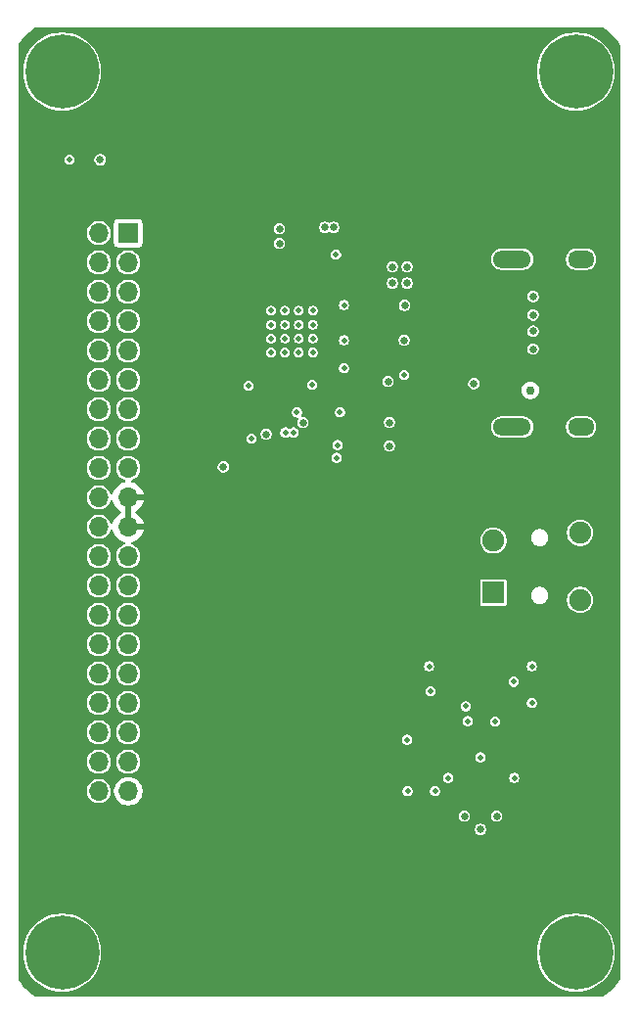
<source format=gbr>
%TF.GenerationSoftware,KiCad,Pcbnew,9.0.2+1*%
%TF.CreationDate,2025-07-26T23:59:43+01:00*%
%TF.ProjectId,ICE40HXDevBoardHDMI,49434534-3048-4584-9465-76426f617264,rev?*%
%TF.SameCoordinates,Original*%
%TF.FileFunction,Copper,L2,Inr*%
%TF.FilePolarity,Positive*%
%FSLAX46Y46*%
G04 Gerber Fmt 4.6, Leading zero omitted, Abs format (unit mm)*
G04 Created by KiCad (PCBNEW 9.0.2+1) date 2025-07-26 23:59:43*
%MOMM*%
%LPD*%
G01*
G04 APERTURE LIST*
%TA.AperFunction,ComponentPad*%
%ADD10R,1.900000X1.900000*%
%TD*%
%TA.AperFunction,ComponentPad*%
%ADD11C,1.900000*%
%TD*%
%TA.AperFunction,ComponentPad*%
%ADD12C,6.400000*%
%TD*%
%TA.AperFunction,ComponentPad*%
%ADD13R,1.700000X1.700000*%
%TD*%
%TA.AperFunction,ComponentPad*%
%ADD14O,1.700000X1.700000*%
%TD*%
%TA.AperFunction,ComponentPad*%
%ADD15O,3.300000X1.500000*%
%TD*%
%TA.AperFunction,ComponentPad*%
%ADD16O,2.300000X1.500000*%
%TD*%
%TA.AperFunction,HeatsinkPad*%
%ADD17C,0.500000*%
%TD*%
%TA.AperFunction,ViaPad*%
%ADD18C,0.635000*%
%TD*%
%TA.AperFunction,ViaPad*%
%ADD19C,0.508000*%
%TD*%
%TA.AperFunction,ViaPad*%
%ADD20C,0.762000*%
%TD*%
G04 APERTURE END LIST*
D10*
%TO.N,Net-(C26-Pad1)*%
%TO.C,J2*%
X119865000Y-114899000D03*
D11*
%TO.N,GNDA*%
X119865000Y-110399000D03*
%TO.N,Net-(C25-Pad1)*%
X127365000Y-115549000D03*
X127365000Y-109749000D03*
%TD*%
D12*
%TO.N,GND*%
%TO.C,H4*%
X127000000Y-146050000D03*
%TD*%
%TO.N,GND*%
%TO.C,H3*%
X82550000Y-146050000D03*
%TD*%
D13*
%TO.N,+5V*%
%TO.C,J1*%
X88265000Y-83820000D03*
D14*
%TO.N,GND*%
X85725000Y-83820000D03*
%TO.N,unconnected-(J1-Pin_3-Pad3)*%
X88265000Y-86360000D03*
%TO.N,unconnected-(J1-Pin_4-Pad4)*%
X85725000Y-86360000D03*
%TO.N,/RED5*%
X88265000Y-88900000D03*
%TO.N,/RED4*%
X85725000Y-88900000D03*
%TO.N,/RED3*%
X88265000Y-91440000D03*
%TO.N,/RED2*%
X85725000Y-91440000D03*
%TO.N,/RED1*%
X88265000Y-93980000D03*
%TO.N,/RED0*%
X85725000Y-93980000D03*
%TO.N,/GREEN0*%
X88265000Y-96520000D03*
%TO.N,/GREEN1*%
X85725000Y-96520000D03*
%TO.N,/GREEN2*%
X88265000Y-99060000D03*
%TO.N,/GREEN3*%
X85725000Y-99060000D03*
%TO.N,/GREEN4*%
X88265000Y-101600000D03*
%TO.N,/GREEN5*%
X85725000Y-101600000D03*
%TO.N,/BLUE5*%
X88265000Y-104140000D03*
%TO.N,/BLUE4*%
X85725000Y-104140000D03*
%TO.N,+3V3*%
X88265000Y-106680000D03*
%TO.N,GND*%
X85725000Y-106680000D03*
%TO.N,+3V3*%
X88265000Y-109220000D03*
%TO.N,GND*%
X85725000Y-109220000D03*
%TO.N,/HDMICLK*%
X88265000Y-111760000D03*
%TO.N,/BLUE3*%
X85725000Y-111760000D03*
%TO.N,/BLUE2*%
X88265000Y-114300000D03*
%TO.N,/BLUE1*%
X85725000Y-114300000D03*
%TO.N,/BLUE0*%
X88265000Y-116840000D03*
%TO.N,/MSEN*%
X85725000Y-116840000D03*
%TO.N,/HSYNC*%
X88265000Y-119380000D03*
%TO.N,/DE*%
X85725000Y-119380000D03*
%TO.N,/VSYNC*%
X88265000Y-121920000D03*
%TO.N,unconnected-(J1-Pin_32-Pad32)*%
X85725000Y-121920000D03*
%TO.N,/I2SBCK*%
X88265000Y-124460000D03*
%TO.N,unconnected-(J1-Pin_34-Pad34)*%
X85725000Y-124460000D03*
%TO.N,/I2SDIN*%
X88265000Y-127000000D03*
%TO.N,/I2CSCL*%
X85725000Y-127000000D03*
%TO.N,/I2SLRCK*%
X88265000Y-129540000D03*
%TO.N,/I2CSDA*%
X85725000Y-129540000D03*
%TO.N,+5V*%
X88265000Y-132080000D03*
%TO.N,GND*%
X85725000Y-132080000D03*
%TD*%
D15*
%TO.N,GND*%
%TO.C,J3*%
X121485000Y-86084000D03*
X121485000Y-100584000D03*
D16*
X127445000Y-86084000D03*
X127445000Y-100584000D03*
%TD*%
D17*
%TO.N,GND*%
%TO.C,U2*%
X100630000Y-94134000D03*
X101830000Y-94134000D03*
X103030000Y-94134000D03*
X104230000Y-94134000D03*
X100630000Y-92934000D03*
X101830000Y-92934000D03*
X103030000Y-92934000D03*
X104230000Y-92934000D03*
X100630000Y-91734000D03*
X101830000Y-91734000D03*
X103030000Y-91734000D03*
X104230000Y-91734000D03*
X100630000Y-90534000D03*
X101830000Y-90534000D03*
X103030000Y-90534000D03*
X104230000Y-90534000D03*
%TD*%
D12*
%TO.N,GND*%
%TO.C,H2*%
X127000000Y-69850000D03*
%TD*%
%TO.N,GND*%
%TO.C,H1*%
X82550000Y-69850000D03*
%TD*%
D18*
%TO.N,+3V3*%
X88265000Y-77470000D03*
X111125000Y-85344000D03*
X107645000Y-129032000D03*
X104013000Y-101600000D03*
X96139000Y-99695000D03*
X107645000Y-118567000D03*
X100226500Y-104775000D03*
X107645000Y-121920000D03*
X107645000Y-125730000D03*
%TO.N,GND*%
X117348000Y-134239000D03*
X111125000Y-88138000D03*
X123300000Y-93850000D03*
X110871000Y-100203000D03*
X103378000Y-100203000D03*
X123300000Y-90900000D03*
X118745000Y-135382000D03*
X112395000Y-88138000D03*
X112182000Y-90070000D03*
X101346000Y-84709000D03*
X106045000Y-83312000D03*
X85833000Y-77470000D03*
X110744000Y-96647000D03*
X123300000Y-89300000D03*
X110871000Y-102235000D03*
X118170000Y-96834000D03*
X111125000Y-86741000D03*
X100203000Y-101219000D03*
X123300000Y-92300000D03*
X101346000Y-83439000D03*
X112395000Y-86741000D03*
X105283000Y-83312000D03*
X112141000Y-93091000D03*
X120142000Y-134239000D03*
X96496500Y-104036500D03*
D19*
%TO.N,/HSYNC*%
X101854000Y-101060250D03*
%TO.N,/I2S/DVDD*%
X121607500Y-122613500D03*
%TO.N,/VSYNC*%
X102552503Y-101060250D03*
%TO.N,/I2S/AVDD*%
X112395000Y-127635000D03*
%TO.N,GNDA*%
X120015000Y-126044050D03*
X112435000Y-132080000D03*
X115951000Y-130937000D03*
X121666000Y-130937000D03*
X114300000Y-121285000D03*
X114808000Y-132080000D03*
X117475000Y-124740000D03*
X123190000Y-121285000D03*
X118745000Y-129159000D03*
%TO.N,/I2S/CPVDD*%
X114431000Y-123440000D03*
%TO.N,Net-(U5-VNEG)*%
X117638375Y-126020375D03*
%TO.N,/I2S/LDOO*%
X123190000Y-124460000D03*
%TO.N,Net-(D1-K)*%
X83185000Y-77470000D03*
D20*
%TO.N,+5V*%
X123063000Y-97409000D03*
D19*
%TO.N,/MSEN*%
X98933000Y-101600000D03*
%TO.N,/PVDD*%
X106934000Y-95480750D03*
%TO.N,Net-(U2-TFADJ)*%
X112150000Y-96100000D03*
%TO.N,/HPD*%
X102866935Y-99313999D03*
X106584750Y-99314000D03*
%TO.N,/I2CSDA*%
X106299000Y-103251000D03*
%TO.N,/DVDD*%
X104180000Y-96941000D03*
X98670870Y-97022070D03*
X106235500Y-85661500D03*
%TO.N,/TVDD*%
X106934000Y-90043000D03*
X106934000Y-93091000D03*
%TO.N,/I2CSCL*%
X106389070Y-102148918D03*
%TD*%
%TA.AperFunction,Conductor*%
%TO.N,+3V3*%
G36*
X88515000Y-108786988D02*
G01*
X88457993Y-108754075D01*
X88330826Y-108720000D01*
X88199174Y-108720000D01*
X88072007Y-108754075D01*
X88015000Y-108786988D01*
X88015000Y-107113012D01*
X88072007Y-107145925D01*
X88199174Y-107180000D01*
X88330826Y-107180000D01*
X88457993Y-107145925D01*
X88515000Y-107113012D01*
X88515000Y-108786988D01*
G37*
%TD.AperFunction*%
%TA.AperFunction,Conductor*%
G36*
X129348694Y-66059593D02*
G01*
X129579711Y-66207617D01*
X129588595Y-66213875D01*
X129886099Y-66443587D01*
X129894401Y-66450600D01*
X130170627Y-66705457D01*
X130178283Y-66713168D01*
X130431142Y-66991238D01*
X130438094Y-66999591D01*
X130665649Y-67298752D01*
X130671843Y-67307682D01*
X130790887Y-67496462D01*
X130810000Y-67562603D01*
X130810000Y-148337339D01*
X130790887Y-148403480D01*
X130671859Y-148592236D01*
X130665666Y-148601165D01*
X130438124Y-148900310D01*
X130431172Y-148908663D01*
X130178313Y-149186736D01*
X130170656Y-149194449D01*
X129894409Y-149449325D01*
X129886107Y-149456336D01*
X129588628Y-149686030D01*
X129579744Y-149692289D01*
X129446598Y-149777602D01*
X129348583Y-149840406D01*
X129281686Y-149860000D01*
X80302596Y-149860000D01*
X80235973Y-149840581D01*
X80005289Y-149693619D01*
X79996448Y-149687428D01*
X79994626Y-149686030D01*
X79697422Y-149457978D01*
X79689135Y-149451024D01*
X79411255Y-149196393D01*
X79403606Y-149188744D01*
X79148975Y-148910864D01*
X79142021Y-148902577D01*
X79031718Y-148758827D01*
X78912564Y-148603542D01*
X78906383Y-148594715D01*
X78759418Y-148364026D01*
X78740000Y-148297404D01*
X78740000Y-145884038D01*
X79171700Y-145884038D01*
X79171700Y-146215961D01*
X79204233Y-146546286D01*
X79204236Y-146546303D01*
X79268990Y-146871844D01*
X79365346Y-147189488D01*
X79492371Y-147496153D01*
X79492373Y-147496158D01*
X79648834Y-147788876D01*
X79648845Y-147788894D01*
X79833246Y-148064869D01*
X79833256Y-148064883D01*
X80043830Y-148321469D01*
X80278530Y-148556169D01*
X80278535Y-148556173D01*
X80278536Y-148556174D01*
X80535122Y-148766748D01*
X80811112Y-148951159D01*
X80811121Y-148951164D01*
X80811123Y-148951165D01*
X81103841Y-149107626D01*
X81103843Y-149107626D01*
X81103849Y-149107630D01*
X81410513Y-149234654D01*
X81728150Y-149331008D01*
X82053703Y-149395765D01*
X82384035Y-149428300D01*
X82384038Y-149428300D01*
X82715962Y-149428300D01*
X82715965Y-149428300D01*
X83046297Y-149395765D01*
X83371850Y-149331008D01*
X83689487Y-149234654D01*
X83996151Y-149107630D01*
X84288888Y-148951159D01*
X84564878Y-148766748D01*
X84821464Y-148556174D01*
X85056174Y-148321464D01*
X85266748Y-148064878D01*
X85451159Y-147788888D01*
X85607630Y-147496151D01*
X85734654Y-147189487D01*
X85831008Y-146871850D01*
X85895765Y-146546297D01*
X85928300Y-146215965D01*
X85928300Y-145884038D01*
X123621700Y-145884038D01*
X123621700Y-146215961D01*
X123654233Y-146546286D01*
X123654236Y-146546303D01*
X123718990Y-146871844D01*
X123815346Y-147189488D01*
X123942371Y-147496153D01*
X123942373Y-147496158D01*
X124098834Y-147788876D01*
X124098845Y-147788894D01*
X124283246Y-148064869D01*
X124283256Y-148064883D01*
X124493830Y-148321469D01*
X124728530Y-148556169D01*
X124728535Y-148556173D01*
X124728536Y-148556174D01*
X124985122Y-148766748D01*
X125261112Y-148951159D01*
X125261121Y-148951164D01*
X125261123Y-148951165D01*
X125553841Y-149107626D01*
X125553843Y-149107626D01*
X125553849Y-149107630D01*
X125860513Y-149234654D01*
X126178150Y-149331008D01*
X126503703Y-149395765D01*
X126834035Y-149428300D01*
X126834038Y-149428300D01*
X127165962Y-149428300D01*
X127165965Y-149428300D01*
X127496297Y-149395765D01*
X127821850Y-149331008D01*
X128139487Y-149234654D01*
X128446151Y-149107630D01*
X128738888Y-148951159D01*
X129014878Y-148766748D01*
X129271464Y-148556174D01*
X129506174Y-148321464D01*
X129716748Y-148064878D01*
X129901159Y-147788888D01*
X130057630Y-147496151D01*
X130184654Y-147189487D01*
X130281008Y-146871850D01*
X130345765Y-146546297D01*
X130378300Y-146215965D01*
X130378300Y-145884035D01*
X130345765Y-145553703D01*
X130281008Y-145228150D01*
X130184654Y-144910513D01*
X130057630Y-144603849D01*
X129901159Y-144311112D01*
X129716748Y-144035122D01*
X129506174Y-143778536D01*
X129506173Y-143778535D01*
X129506169Y-143778530D01*
X129271469Y-143543830D01*
X129014883Y-143333256D01*
X129014882Y-143333255D01*
X129014878Y-143333252D01*
X128738888Y-143148841D01*
X128738883Y-143148838D01*
X128738876Y-143148834D01*
X128446158Y-142992373D01*
X128446153Y-142992371D01*
X128139488Y-142865346D01*
X127821844Y-142768990D01*
X127496303Y-142704236D01*
X127496286Y-142704233D01*
X127246487Y-142679630D01*
X127165965Y-142671700D01*
X126834035Y-142671700D01*
X126759563Y-142679034D01*
X126503713Y-142704233D01*
X126503696Y-142704236D01*
X126178155Y-142768990D01*
X125860511Y-142865346D01*
X125553846Y-142992371D01*
X125553841Y-142992373D01*
X125261123Y-143148834D01*
X125261105Y-143148845D01*
X124985130Y-143333246D01*
X124985116Y-143333256D01*
X124728530Y-143543830D01*
X124493830Y-143778530D01*
X124283256Y-144035116D01*
X124283246Y-144035130D01*
X124098845Y-144311105D01*
X124098834Y-144311123D01*
X123942373Y-144603841D01*
X123942371Y-144603846D01*
X123815346Y-144910511D01*
X123718990Y-145228155D01*
X123654236Y-145553696D01*
X123654233Y-145553713D01*
X123621700Y-145884038D01*
X85928300Y-145884038D01*
X85928300Y-145884035D01*
X85895765Y-145553703D01*
X85831008Y-145228150D01*
X85734654Y-144910513D01*
X85607630Y-144603849D01*
X85451159Y-144311112D01*
X85266748Y-144035122D01*
X85056174Y-143778536D01*
X85056173Y-143778535D01*
X85056169Y-143778530D01*
X84821469Y-143543830D01*
X84564883Y-143333256D01*
X84564882Y-143333255D01*
X84564878Y-143333252D01*
X84288888Y-143148841D01*
X84288883Y-143148838D01*
X84288876Y-143148834D01*
X83996158Y-142992373D01*
X83996153Y-142992371D01*
X83689488Y-142865346D01*
X83371844Y-142768990D01*
X83046303Y-142704236D01*
X83046286Y-142704233D01*
X82796487Y-142679630D01*
X82715965Y-142671700D01*
X82384035Y-142671700D01*
X82309563Y-142679034D01*
X82053713Y-142704233D01*
X82053696Y-142704236D01*
X81728155Y-142768990D01*
X81410511Y-142865346D01*
X81103846Y-142992371D01*
X81103841Y-142992373D01*
X80811123Y-143148834D01*
X80811105Y-143148845D01*
X80535130Y-143333246D01*
X80535116Y-143333256D01*
X80278530Y-143543830D01*
X80043830Y-143778530D01*
X79833256Y-144035116D01*
X79833246Y-144035130D01*
X79648845Y-144311105D01*
X79648834Y-144311123D01*
X79492373Y-144603841D01*
X79492371Y-144603846D01*
X79365346Y-144910511D01*
X79268990Y-145228155D01*
X79204236Y-145553696D01*
X79204233Y-145553713D01*
X79171700Y-145884038D01*
X78740000Y-145884038D01*
X78740000Y-135316727D01*
X118249200Y-135316727D01*
X118249200Y-135447273D01*
X118282988Y-135573372D01*
X118348261Y-135686428D01*
X118440572Y-135778739D01*
X118553628Y-135844012D01*
X118679727Y-135877800D01*
X118679729Y-135877800D01*
X118810271Y-135877800D01*
X118810273Y-135877800D01*
X118936372Y-135844012D01*
X119049428Y-135778739D01*
X119141739Y-135686428D01*
X119207012Y-135573372D01*
X119240800Y-135447273D01*
X119240800Y-135316727D01*
X119207012Y-135190628D01*
X119141739Y-135077572D01*
X119049428Y-134985261D01*
X118936372Y-134919988D01*
X118810273Y-134886200D01*
X118679727Y-134886200D01*
X118553628Y-134919988D01*
X118553625Y-134919989D01*
X118440575Y-134985259D01*
X118440569Y-134985263D01*
X118348263Y-135077569D01*
X118348259Y-135077575D01*
X118282989Y-135190625D01*
X118282988Y-135190628D01*
X118249200Y-135316727D01*
X78740000Y-135316727D01*
X78740000Y-134173727D01*
X116852200Y-134173727D01*
X116852200Y-134304273D01*
X116885988Y-134430372D01*
X116951261Y-134543428D01*
X117043572Y-134635739D01*
X117156628Y-134701012D01*
X117282727Y-134734800D01*
X117282729Y-134734800D01*
X117413271Y-134734800D01*
X117413273Y-134734800D01*
X117539372Y-134701012D01*
X117652428Y-134635739D01*
X117744739Y-134543428D01*
X117810012Y-134430372D01*
X117843800Y-134304273D01*
X117843800Y-134173727D01*
X119646200Y-134173727D01*
X119646200Y-134304273D01*
X119679988Y-134430372D01*
X119745261Y-134543428D01*
X119837572Y-134635739D01*
X119950628Y-134701012D01*
X120076727Y-134734800D01*
X120076729Y-134734800D01*
X120207271Y-134734800D01*
X120207273Y-134734800D01*
X120333372Y-134701012D01*
X120446428Y-134635739D01*
X120538739Y-134543428D01*
X120604012Y-134430372D01*
X120637800Y-134304273D01*
X120637800Y-134173727D01*
X120604012Y-134047628D01*
X120538739Y-133934572D01*
X120446428Y-133842261D01*
X120333372Y-133776988D01*
X120207273Y-133743200D01*
X120076727Y-133743200D01*
X119950628Y-133776988D01*
X119950625Y-133776989D01*
X119837575Y-133842259D01*
X119837569Y-133842263D01*
X119745263Y-133934569D01*
X119745259Y-133934575D01*
X119679989Y-134047625D01*
X119679988Y-134047628D01*
X119646200Y-134173727D01*
X117843800Y-134173727D01*
X117810012Y-134047628D01*
X117744739Y-133934572D01*
X117652428Y-133842261D01*
X117539372Y-133776988D01*
X117413273Y-133743200D01*
X117282727Y-133743200D01*
X117156628Y-133776988D01*
X117156625Y-133776989D01*
X117043575Y-133842259D01*
X117043569Y-133842263D01*
X116951263Y-133934569D01*
X116951259Y-133934575D01*
X116885989Y-134047625D01*
X116885988Y-134047628D01*
X116852200Y-134173727D01*
X78740000Y-134173727D01*
X78740000Y-131978716D01*
X84696700Y-131978716D01*
X84696700Y-132181283D01*
X84736215Y-132379936D01*
X84736218Y-132379948D01*
X84813728Y-132567076D01*
X84813735Y-132567089D01*
X84926266Y-132735502D01*
X84926269Y-132735506D01*
X85069493Y-132878730D01*
X85069497Y-132878733D01*
X85237910Y-132991264D01*
X85237923Y-132991271D01*
X85425051Y-133068781D01*
X85425056Y-133068783D01*
X85623716Y-133108299D01*
X85623719Y-133108300D01*
X85623721Y-133108300D01*
X85826281Y-133108300D01*
X85826282Y-133108299D01*
X86024944Y-133068783D01*
X86212083Y-132991268D01*
X86380503Y-132878733D01*
X86523733Y-132735503D01*
X86636268Y-132567083D01*
X86713783Y-132379944D01*
X86753300Y-132181279D01*
X86753300Y-131983079D01*
X87033500Y-131983079D01*
X87033500Y-132176920D01*
X87063824Y-132368378D01*
X87123722Y-132552729D01*
X87123723Y-132552732D01*
X87211727Y-132725447D01*
X87325664Y-132882268D01*
X87462732Y-133019336D01*
X87619553Y-133133273D01*
X87704264Y-133176435D01*
X87792267Y-133221276D01*
X87792270Y-133221277D01*
X87884445Y-133251226D01*
X87976623Y-133281176D01*
X88168079Y-133311500D01*
X88168080Y-133311500D01*
X88361920Y-133311500D01*
X88361921Y-133311500D01*
X88553377Y-133281176D01*
X88737732Y-133221276D01*
X88910447Y-133133273D01*
X89067268Y-133019336D01*
X89204336Y-132882268D01*
X89318273Y-132725447D01*
X89406276Y-132552732D01*
X89466176Y-132368377D01*
X89496500Y-132176921D01*
X89496500Y-132021415D01*
X111990000Y-132021415D01*
X111990000Y-132138585D01*
X112020326Y-132251764D01*
X112078911Y-132353236D01*
X112161764Y-132436089D01*
X112263236Y-132494674D01*
X112376415Y-132525000D01*
X112376417Y-132525000D01*
X112493583Y-132525000D01*
X112493585Y-132525000D01*
X112606764Y-132494674D01*
X112708236Y-132436089D01*
X112791089Y-132353236D01*
X112849674Y-132251764D01*
X112880000Y-132138585D01*
X112880000Y-132021415D01*
X114363000Y-132021415D01*
X114363000Y-132138585D01*
X114393326Y-132251764D01*
X114451911Y-132353236D01*
X114534764Y-132436089D01*
X114636236Y-132494674D01*
X114749415Y-132525000D01*
X114749417Y-132525000D01*
X114866583Y-132525000D01*
X114866585Y-132525000D01*
X114979764Y-132494674D01*
X115081236Y-132436089D01*
X115164089Y-132353236D01*
X115222674Y-132251764D01*
X115253000Y-132138585D01*
X115253000Y-132021415D01*
X115222674Y-131908236D01*
X115164089Y-131806764D01*
X115081236Y-131723911D01*
X114979764Y-131665326D01*
X114866585Y-131635000D01*
X114749415Y-131635000D01*
X114636236Y-131665326D01*
X114636233Y-131665327D01*
X114534767Y-131723909D01*
X114534761Y-131723913D01*
X114451913Y-131806761D01*
X114451909Y-131806767D01*
X114393327Y-131908233D01*
X114393326Y-131908236D01*
X114363000Y-132021415D01*
X112880000Y-132021415D01*
X112849674Y-131908236D01*
X112791089Y-131806764D01*
X112708236Y-131723911D01*
X112606764Y-131665326D01*
X112493585Y-131635000D01*
X112376415Y-131635000D01*
X112263236Y-131665326D01*
X112263233Y-131665327D01*
X112161767Y-131723909D01*
X112161761Y-131723913D01*
X112078913Y-131806761D01*
X112078909Y-131806767D01*
X112020327Y-131908233D01*
X112020326Y-131908236D01*
X111990000Y-132021415D01*
X89496500Y-132021415D01*
X89496500Y-131983079D01*
X89466176Y-131791623D01*
X89406276Y-131607268D01*
X89406276Y-131607267D01*
X89318272Y-131434552D01*
X89280090Y-131381999D01*
X89204336Y-131277732D01*
X89067268Y-131140664D01*
X88910447Y-131026727D01*
X88820258Y-130980773D01*
X88737732Y-130938723D01*
X88737729Y-130938722D01*
X88553378Y-130878824D01*
X88550796Y-130878415D01*
X115506000Y-130878415D01*
X115506000Y-130995585D01*
X115536326Y-131108764D01*
X115594911Y-131210236D01*
X115677764Y-131293089D01*
X115779236Y-131351674D01*
X115892415Y-131382000D01*
X115892417Y-131382000D01*
X116009583Y-131382000D01*
X116009585Y-131382000D01*
X116122764Y-131351674D01*
X116224236Y-131293089D01*
X116307089Y-131210236D01*
X116365674Y-131108764D01*
X116396000Y-130995585D01*
X116396000Y-130878415D01*
X121221000Y-130878415D01*
X121221000Y-130995585D01*
X121251326Y-131108764D01*
X121309911Y-131210236D01*
X121392764Y-131293089D01*
X121494236Y-131351674D01*
X121607415Y-131382000D01*
X121607417Y-131382000D01*
X121724583Y-131382000D01*
X121724585Y-131382000D01*
X121837764Y-131351674D01*
X121939236Y-131293089D01*
X122022089Y-131210236D01*
X122080674Y-131108764D01*
X122111000Y-130995585D01*
X122111000Y-130878415D01*
X122080674Y-130765236D01*
X122022089Y-130663764D01*
X121939236Y-130580911D01*
X121837764Y-130522326D01*
X121724585Y-130492000D01*
X121607415Y-130492000D01*
X121494236Y-130522326D01*
X121494233Y-130522327D01*
X121392767Y-130580909D01*
X121392761Y-130580913D01*
X121309913Y-130663761D01*
X121309909Y-130663767D01*
X121251327Y-130765233D01*
X121251326Y-130765236D01*
X121221000Y-130878415D01*
X116396000Y-130878415D01*
X116365674Y-130765236D01*
X116307089Y-130663764D01*
X116224236Y-130580911D01*
X116122764Y-130522326D01*
X116009585Y-130492000D01*
X115892415Y-130492000D01*
X115779236Y-130522326D01*
X115779233Y-130522327D01*
X115677767Y-130580909D01*
X115677761Y-130580913D01*
X115594913Y-130663761D01*
X115594909Y-130663767D01*
X115536327Y-130765233D01*
X115536326Y-130765236D01*
X115506000Y-130878415D01*
X88550796Y-130878415D01*
X88457649Y-130863662D01*
X88361921Y-130848500D01*
X88168079Y-130848500D01*
X88104260Y-130858608D01*
X87976621Y-130878824D01*
X87792270Y-130938722D01*
X87792267Y-130938723D01*
X87619552Y-131026727D01*
X87462729Y-131140666D01*
X87325666Y-131277729D01*
X87211727Y-131434552D01*
X87123723Y-131607267D01*
X87123722Y-131607270D01*
X87063824Y-131791621D01*
X87033500Y-131983079D01*
X86753300Y-131983079D01*
X86753300Y-131978721D01*
X86753300Y-131978718D01*
X86753299Y-131978716D01*
X86713783Y-131780056D01*
X86690527Y-131723911D01*
X86636271Y-131592923D01*
X86636264Y-131592910D01*
X86523733Y-131424497D01*
X86523730Y-131424493D01*
X86380506Y-131281269D01*
X86380502Y-131281266D01*
X86212089Y-131168735D01*
X86212076Y-131168728D01*
X86024948Y-131091218D01*
X86024936Y-131091215D01*
X85826282Y-131051700D01*
X85826279Y-131051700D01*
X85623721Y-131051700D01*
X85623718Y-131051700D01*
X85425063Y-131091215D01*
X85425051Y-131091218D01*
X85237923Y-131168728D01*
X85237910Y-131168735D01*
X85069497Y-131281266D01*
X85069493Y-131281269D01*
X84926269Y-131424493D01*
X84926266Y-131424497D01*
X84813735Y-131592910D01*
X84813728Y-131592923D01*
X84736218Y-131780051D01*
X84736215Y-131780063D01*
X84696700Y-131978716D01*
X78740000Y-131978716D01*
X78740000Y-129437465D01*
X84684000Y-129437465D01*
X84684000Y-129642534D01*
X84724003Y-129843641D01*
X84724005Y-129843649D01*
X84802478Y-130033099D01*
X84916400Y-130203597D01*
X84916406Y-130203604D01*
X85061395Y-130348593D01*
X85061402Y-130348599D01*
X85231900Y-130462521D01*
X85231901Y-130462521D01*
X85231902Y-130462522D01*
X85421351Y-130540995D01*
X85622013Y-130580909D01*
X85622465Y-130580999D01*
X85622469Y-130581000D01*
X85622470Y-130581000D01*
X85827531Y-130581000D01*
X85827532Y-130580999D01*
X86028649Y-130540995D01*
X86218098Y-130462522D01*
X86388599Y-130348598D01*
X86533598Y-130203599D01*
X86647522Y-130033098D01*
X86725995Y-129843649D01*
X86766000Y-129642530D01*
X86766000Y-129437470D01*
X86765999Y-129437465D01*
X87224000Y-129437465D01*
X87224000Y-129642534D01*
X87264003Y-129843641D01*
X87264005Y-129843649D01*
X87342478Y-130033099D01*
X87456400Y-130203597D01*
X87456406Y-130203604D01*
X87601395Y-130348593D01*
X87601402Y-130348599D01*
X87771900Y-130462521D01*
X87771901Y-130462521D01*
X87771902Y-130462522D01*
X87961351Y-130540995D01*
X88162013Y-130580909D01*
X88162465Y-130580999D01*
X88162469Y-130581000D01*
X88162470Y-130581000D01*
X88367531Y-130581000D01*
X88367532Y-130580999D01*
X88568649Y-130540995D01*
X88758098Y-130462522D01*
X88928599Y-130348598D01*
X89073598Y-130203599D01*
X89187522Y-130033098D01*
X89265995Y-129843649D01*
X89306000Y-129642530D01*
X89306000Y-129437470D01*
X89265995Y-129236351D01*
X89209688Y-129100415D01*
X118300000Y-129100415D01*
X118300000Y-129217585D01*
X118330326Y-129330764D01*
X118388911Y-129432236D01*
X118471764Y-129515089D01*
X118573236Y-129573674D01*
X118686415Y-129604000D01*
X118686417Y-129604000D01*
X118803583Y-129604000D01*
X118803585Y-129604000D01*
X118916764Y-129573674D01*
X119018236Y-129515089D01*
X119101089Y-129432236D01*
X119159674Y-129330764D01*
X119190000Y-129217585D01*
X119190000Y-129100415D01*
X119159674Y-128987236D01*
X119101089Y-128885764D01*
X119018236Y-128802911D01*
X118916764Y-128744326D01*
X118803585Y-128714000D01*
X118686415Y-128714000D01*
X118573236Y-128744326D01*
X118573233Y-128744327D01*
X118471767Y-128802909D01*
X118471761Y-128802913D01*
X118388913Y-128885761D01*
X118388909Y-128885767D01*
X118330327Y-128987233D01*
X118330326Y-128987236D01*
X118300000Y-129100415D01*
X89209688Y-129100415D01*
X89205526Y-129090368D01*
X89187523Y-129046903D01*
X89187521Y-129046900D01*
X89073599Y-128876402D01*
X89073593Y-128876395D01*
X88928604Y-128731406D01*
X88928597Y-128731400D01*
X88758099Y-128617478D01*
X88568649Y-128539005D01*
X88568641Y-128539003D01*
X88367534Y-128499000D01*
X88367530Y-128499000D01*
X88162470Y-128499000D01*
X88162465Y-128499000D01*
X87961358Y-128539003D01*
X87961350Y-128539005D01*
X87771900Y-128617478D01*
X87601402Y-128731400D01*
X87601395Y-128731406D01*
X87456406Y-128876395D01*
X87456400Y-128876402D01*
X87342478Y-129046900D01*
X87264005Y-129236350D01*
X87264003Y-129236358D01*
X87224000Y-129437465D01*
X86765999Y-129437465D01*
X86725995Y-129236351D01*
X86647522Y-129046902D01*
X86533598Y-128876401D01*
X86533593Y-128876395D01*
X86388604Y-128731406D01*
X86388597Y-128731400D01*
X86218099Y-128617478D01*
X86028649Y-128539005D01*
X86028641Y-128539003D01*
X85827534Y-128499000D01*
X85827530Y-128499000D01*
X85622470Y-128499000D01*
X85622465Y-128499000D01*
X85421358Y-128539003D01*
X85421350Y-128539005D01*
X85231900Y-128617478D01*
X85061402Y-128731400D01*
X85061395Y-128731406D01*
X84916406Y-128876395D01*
X84916400Y-128876402D01*
X84802478Y-129046900D01*
X84724005Y-129236350D01*
X84724003Y-129236358D01*
X84684000Y-129437465D01*
X78740000Y-129437465D01*
X78740000Y-126897465D01*
X84684000Y-126897465D01*
X84684000Y-127102534D01*
X84724003Y-127303641D01*
X84724005Y-127303649D01*
X84802478Y-127493099D01*
X84916400Y-127663597D01*
X84916406Y-127663604D01*
X85061395Y-127808593D01*
X85061402Y-127808599D01*
X85231900Y-127922521D01*
X85231901Y-127922521D01*
X85231902Y-127922522D01*
X85421351Y-128000995D01*
X85622465Y-128040999D01*
X85622469Y-128041000D01*
X85622470Y-128041000D01*
X85827531Y-128041000D01*
X85827532Y-128040999D01*
X86028649Y-128000995D01*
X86218098Y-127922522D01*
X86388599Y-127808598D01*
X86533598Y-127663599D01*
X86647522Y-127493098D01*
X86725995Y-127303649D01*
X86766000Y-127102530D01*
X86766000Y-126897470D01*
X86765999Y-126897465D01*
X87224000Y-126897465D01*
X87224000Y-127102534D01*
X87264003Y-127303641D01*
X87264005Y-127303649D01*
X87342478Y-127493099D01*
X87456400Y-127663597D01*
X87456406Y-127663604D01*
X87601395Y-127808593D01*
X87601402Y-127808599D01*
X87771900Y-127922521D01*
X87771901Y-127922521D01*
X87771902Y-127922522D01*
X87961351Y-128000995D01*
X88162465Y-128040999D01*
X88162469Y-128041000D01*
X88162470Y-128041000D01*
X88367531Y-128041000D01*
X88367532Y-128040999D01*
X88568649Y-128000995D01*
X88758098Y-127922522D01*
X88928599Y-127808598D01*
X89073598Y-127663599D01*
X89131852Y-127576415D01*
X111950000Y-127576415D01*
X111950000Y-127693585D01*
X111980326Y-127806764D01*
X112038911Y-127908236D01*
X112121764Y-127991089D01*
X112223236Y-128049674D01*
X112336415Y-128080000D01*
X112336417Y-128080000D01*
X112453583Y-128080000D01*
X112453585Y-128080000D01*
X112566764Y-128049674D01*
X112668236Y-127991089D01*
X112751089Y-127908236D01*
X112809674Y-127806764D01*
X112840000Y-127693585D01*
X112840000Y-127576415D01*
X112809674Y-127463236D01*
X112751089Y-127361764D01*
X112668236Y-127278911D01*
X112566764Y-127220326D01*
X112453585Y-127190000D01*
X112336415Y-127190000D01*
X112223236Y-127220326D01*
X112223233Y-127220327D01*
X112121767Y-127278909D01*
X112121761Y-127278913D01*
X112038913Y-127361761D01*
X112038909Y-127361767D01*
X111980327Y-127463233D01*
X111980326Y-127463236D01*
X111950000Y-127576415D01*
X89131852Y-127576415D01*
X89187522Y-127493098D01*
X89265995Y-127303649D01*
X89306000Y-127102530D01*
X89306000Y-126897470D01*
X89265995Y-126696351D01*
X89187522Y-126506902D01*
X89155329Y-126458722D01*
X89073599Y-126336402D01*
X89073593Y-126336395D01*
X88928604Y-126191406D01*
X88928597Y-126191400D01*
X88758099Y-126077478D01*
X88758096Y-126077476D01*
X88735758Y-126068224D01*
X88735757Y-126068224D01*
X88568649Y-125999005D01*
X88568641Y-125999003D01*
X88381560Y-125961790D01*
X117193375Y-125961790D01*
X117193375Y-126078960D01*
X117223701Y-126192139D01*
X117282286Y-126293611D01*
X117365139Y-126376464D01*
X117466611Y-126435049D01*
X117579790Y-126465375D01*
X117579792Y-126465375D01*
X117696958Y-126465375D01*
X117696960Y-126465375D01*
X117810139Y-126435049D01*
X117911611Y-126376464D01*
X117994464Y-126293611D01*
X118053049Y-126192139D01*
X118083375Y-126078960D01*
X118083375Y-125985465D01*
X119570000Y-125985465D01*
X119570000Y-126102635D01*
X119600326Y-126215814D01*
X119658911Y-126317286D01*
X119741764Y-126400139D01*
X119843236Y-126458724D01*
X119956415Y-126489050D01*
X119956417Y-126489050D01*
X120073583Y-126489050D01*
X120073585Y-126489050D01*
X120186764Y-126458724D01*
X120288236Y-126400139D01*
X120371089Y-126317286D01*
X120429674Y-126215814D01*
X120460000Y-126102635D01*
X120460000Y-125985465D01*
X120429674Y-125872286D01*
X120371089Y-125770814D01*
X120288236Y-125687961D01*
X120186764Y-125629376D01*
X120073585Y-125599050D01*
X119956415Y-125599050D01*
X119843236Y-125629376D01*
X119843233Y-125629377D01*
X119741767Y-125687959D01*
X119741761Y-125687963D01*
X119658913Y-125770811D01*
X119658909Y-125770817D01*
X119600327Y-125872283D01*
X119600326Y-125872286D01*
X119570000Y-125985465D01*
X118083375Y-125985465D01*
X118083375Y-125961790D01*
X118053049Y-125848611D01*
X117994464Y-125747139D01*
X117911611Y-125664286D01*
X117810139Y-125605701D01*
X117696960Y-125575375D01*
X117579790Y-125575375D01*
X117466611Y-125605701D01*
X117466608Y-125605702D01*
X117365142Y-125664284D01*
X117365136Y-125664288D01*
X117282288Y-125747136D01*
X117282284Y-125747142D01*
X117223702Y-125848608D01*
X117223701Y-125848611D01*
X117193375Y-125961790D01*
X88381560Y-125961790D01*
X88367534Y-125959000D01*
X88367530Y-125959000D01*
X88162470Y-125959000D01*
X88162465Y-125959000D01*
X87961358Y-125999003D01*
X87961350Y-125999005D01*
X87771900Y-126077478D01*
X87601402Y-126191400D01*
X87601395Y-126191406D01*
X87456406Y-126336395D01*
X87456400Y-126336402D01*
X87342478Y-126506900D01*
X87264005Y-126696350D01*
X87264003Y-126696358D01*
X87224000Y-126897465D01*
X86765999Y-126897465D01*
X86725995Y-126696351D01*
X86647522Y-126506902D01*
X86615329Y-126458722D01*
X86533599Y-126336402D01*
X86533593Y-126336395D01*
X86388604Y-126191406D01*
X86388597Y-126191400D01*
X86218099Y-126077478D01*
X86028649Y-125999005D01*
X86028641Y-125999003D01*
X85827534Y-125959000D01*
X85827530Y-125959000D01*
X85622470Y-125959000D01*
X85622465Y-125959000D01*
X85421358Y-125999003D01*
X85421350Y-125999005D01*
X85231900Y-126077478D01*
X85061402Y-126191400D01*
X85061395Y-126191406D01*
X84916406Y-126336395D01*
X84916400Y-126336402D01*
X84802478Y-126506900D01*
X84724005Y-126696350D01*
X84724003Y-126696358D01*
X84684000Y-126897465D01*
X78740000Y-126897465D01*
X78740000Y-124357465D01*
X84684000Y-124357465D01*
X84684000Y-124562534D01*
X84724003Y-124763641D01*
X84724005Y-124763649D01*
X84802478Y-124953099D01*
X84916400Y-125123597D01*
X84916406Y-125123604D01*
X85061395Y-125268593D01*
X85061402Y-125268599D01*
X85231900Y-125382521D01*
X85231901Y-125382521D01*
X85231902Y-125382522D01*
X85421351Y-125460995D01*
X85622465Y-125500999D01*
X85622469Y-125501000D01*
X85622470Y-125501000D01*
X85827531Y-125501000D01*
X85827532Y-125500999D01*
X86028649Y-125460995D01*
X86218098Y-125382522D01*
X86388599Y-125268598D01*
X86533598Y-125123599D01*
X86647522Y-124953098D01*
X86725995Y-124763649D01*
X86766000Y-124562530D01*
X86766000Y-124357470D01*
X86765999Y-124357465D01*
X87224000Y-124357465D01*
X87224000Y-124562534D01*
X87264003Y-124763641D01*
X87264005Y-124763649D01*
X87342478Y-124953099D01*
X87456400Y-125123597D01*
X87456406Y-125123604D01*
X87601395Y-125268593D01*
X87601402Y-125268599D01*
X87771900Y-125382521D01*
X87771901Y-125382521D01*
X87771902Y-125382522D01*
X87961351Y-125460995D01*
X88162465Y-125500999D01*
X88162469Y-125501000D01*
X88162470Y-125501000D01*
X88367531Y-125501000D01*
X88367532Y-125500999D01*
X88568649Y-125460995D01*
X88758098Y-125382522D01*
X88928599Y-125268598D01*
X89073598Y-125123599D01*
X89187522Y-124953098D01*
X89265995Y-124763649D01*
X89282352Y-124681415D01*
X117030000Y-124681415D01*
X117030000Y-124798585D01*
X117060326Y-124911764D01*
X117118911Y-125013236D01*
X117201764Y-125096089D01*
X117303236Y-125154674D01*
X117416415Y-125185000D01*
X117416417Y-125185000D01*
X117533583Y-125185000D01*
X117533585Y-125185000D01*
X117646764Y-125154674D01*
X117748236Y-125096089D01*
X117831089Y-125013236D01*
X117889674Y-124911764D01*
X117920000Y-124798585D01*
X117920000Y-124681415D01*
X117889674Y-124568236D01*
X117831089Y-124466764D01*
X117765740Y-124401415D01*
X122745000Y-124401415D01*
X122745000Y-124518585D01*
X122775326Y-124631764D01*
X122833911Y-124733236D01*
X122916764Y-124816089D01*
X123018236Y-124874674D01*
X123131415Y-124905000D01*
X123131417Y-124905000D01*
X123248583Y-124905000D01*
X123248585Y-124905000D01*
X123361764Y-124874674D01*
X123463236Y-124816089D01*
X123546089Y-124733236D01*
X123604674Y-124631764D01*
X123635000Y-124518585D01*
X123635000Y-124401415D01*
X123604674Y-124288236D01*
X123546089Y-124186764D01*
X123463236Y-124103911D01*
X123361764Y-124045326D01*
X123248585Y-124015000D01*
X123131415Y-124015000D01*
X123018236Y-124045326D01*
X123018233Y-124045327D01*
X122916767Y-124103909D01*
X122916761Y-124103913D01*
X122833913Y-124186761D01*
X122833909Y-124186767D01*
X122775327Y-124288233D01*
X122775326Y-124288236D01*
X122745000Y-124401415D01*
X117765740Y-124401415D01*
X117748236Y-124383911D01*
X117646764Y-124325326D01*
X117533585Y-124295000D01*
X117416415Y-124295000D01*
X117303236Y-124325326D01*
X117303233Y-124325327D01*
X117201767Y-124383909D01*
X117201761Y-124383913D01*
X117118913Y-124466761D01*
X117118909Y-124466767D01*
X117060327Y-124568233D01*
X117060326Y-124568236D01*
X117030000Y-124681415D01*
X89282352Y-124681415D01*
X89306000Y-124562530D01*
X89306000Y-124357470D01*
X89265995Y-124156351D01*
X89187522Y-123966902D01*
X89132797Y-123885000D01*
X89073599Y-123796402D01*
X89073593Y-123796395D01*
X88928604Y-123651406D01*
X88928597Y-123651400D01*
X88758099Y-123537478D01*
X88638284Y-123487849D01*
X88568649Y-123459005D01*
X88568641Y-123459003D01*
X88367534Y-123419000D01*
X88367530Y-123419000D01*
X88162470Y-123419000D01*
X88162465Y-123419000D01*
X87961358Y-123459003D01*
X87961350Y-123459005D01*
X87771900Y-123537478D01*
X87601402Y-123651400D01*
X87601395Y-123651406D01*
X87456406Y-123796395D01*
X87456400Y-123796402D01*
X87342478Y-123966900D01*
X87264005Y-124156350D01*
X87264003Y-124156358D01*
X87224000Y-124357465D01*
X86765999Y-124357465D01*
X86725995Y-124156351D01*
X86647522Y-123966902D01*
X86592797Y-123885000D01*
X86533599Y-123796402D01*
X86533593Y-123796395D01*
X86388604Y-123651406D01*
X86388597Y-123651400D01*
X86218099Y-123537478D01*
X86028649Y-123459005D01*
X86028641Y-123459003D01*
X85827534Y-123419000D01*
X85827530Y-123419000D01*
X85622470Y-123419000D01*
X85622465Y-123419000D01*
X85421358Y-123459003D01*
X85421350Y-123459005D01*
X85231900Y-123537478D01*
X85061402Y-123651400D01*
X85061395Y-123651406D01*
X84916406Y-123796395D01*
X84916400Y-123796402D01*
X84802478Y-123966900D01*
X84724005Y-124156350D01*
X84724003Y-124156358D01*
X84684000Y-124357465D01*
X78740000Y-124357465D01*
X78740000Y-123381415D01*
X113986000Y-123381415D01*
X113986000Y-123498585D01*
X114016326Y-123611764D01*
X114074911Y-123713236D01*
X114157764Y-123796089D01*
X114259236Y-123854674D01*
X114372415Y-123885000D01*
X114372417Y-123885000D01*
X114489583Y-123885000D01*
X114489585Y-123885000D01*
X114602764Y-123854674D01*
X114704236Y-123796089D01*
X114787089Y-123713236D01*
X114845674Y-123611764D01*
X114876000Y-123498585D01*
X114876000Y-123381415D01*
X114845674Y-123268236D01*
X114787089Y-123166764D01*
X114704236Y-123083911D01*
X114607695Y-123028173D01*
X114602766Y-123025327D01*
X114602765Y-123025326D01*
X114602764Y-123025326D01*
X114489585Y-122995000D01*
X114372415Y-122995000D01*
X114259236Y-123025326D01*
X114259233Y-123025327D01*
X114157767Y-123083909D01*
X114157761Y-123083913D01*
X114074913Y-123166761D01*
X114074909Y-123166767D01*
X114016327Y-123268233D01*
X114016326Y-123268236D01*
X113986000Y-123381415D01*
X78740000Y-123381415D01*
X78740000Y-121817465D01*
X84684000Y-121817465D01*
X84684000Y-122022534D01*
X84724003Y-122223641D01*
X84724005Y-122223649D01*
X84802478Y-122413099D01*
X84916400Y-122583597D01*
X84916406Y-122583604D01*
X85061395Y-122728593D01*
X85061402Y-122728599D01*
X85231900Y-122842521D01*
X85231901Y-122842521D01*
X85231902Y-122842522D01*
X85421351Y-122920995D01*
X85622465Y-122960999D01*
X85622469Y-122961000D01*
X85622470Y-122961000D01*
X85827531Y-122961000D01*
X85827532Y-122960999D01*
X86028649Y-122920995D01*
X86218098Y-122842522D01*
X86388599Y-122728598D01*
X86533598Y-122583599D01*
X86647522Y-122413098D01*
X86725995Y-122223649D01*
X86766000Y-122022530D01*
X86766000Y-121817470D01*
X86765999Y-121817465D01*
X87224000Y-121817465D01*
X87224000Y-122022534D01*
X87264003Y-122223641D01*
X87264005Y-122223649D01*
X87342478Y-122413099D01*
X87456400Y-122583597D01*
X87456406Y-122583604D01*
X87601395Y-122728593D01*
X87601402Y-122728599D01*
X87771900Y-122842521D01*
X87771901Y-122842521D01*
X87771902Y-122842522D01*
X87961351Y-122920995D01*
X88162465Y-122960999D01*
X88162469Y-122961000D01*
X88162470Y-122961000D01*
X88367531Y-122961000D01*
X88367532Y-122960999D01*
X88568649Y-122920995D01*
X88758098Y-122842522D01*
X88928599Y-122728598D01*
X89073598Y-122583599D01*
X89092763Y-122554915D01*
X121162500Y-122554915D01*
X121162500Y-122672085D01*
X121192826Y-122785264D01*
X121251411Y-122886736D01*
X121334264Y-122969589D01*
X121435736Y-123028174D01*
X121548915Y-123058500D01*
X121548917Y-123058500D01*
X121666083Y-123058500D01*
X121666085Y-123058500D01*
X121779264Y-123028174D01*
X121880736Y-122969589D01*
X121963589Y-122886736D01*
X122022174Y-122785264D01*
X122052500Y-122672085D01*
X122052500Y-122554915D01*
X122022174Y-122441736D01*
X121963589Y-122340264D01*
X121880736Y-122257411D01*
X121779264Y-122198826D01*
X121666085Y-122168500D01*
X121548915Y-122168500D01*
X121435736Y-122198826D01*
X121435733Y-122198827D01*
X121334267Y-122257409D01*
X121334261Y-122257413D01*
X121251413Y-122340261D01*
X121251409Y-122340267D01*
X121192827Y-122441733D01*
X121192826Y-122441736D01*
X121162500Y-122554915D01*
X89092763Y-122554915D01*
X89100465Y-122543387D01*
X89144225Y-122477898D01*
X89187521Y-122413099D01*
X89187522Y-122413098D01*
X89265995Y-122223649D01*
X89306000Y-122022530D01*
X89306000Y-121817470D01*
X89265995Y-121616351D01*
X89226758Y-121521626D01*
X89187523Y-121426903D01*
X89094162Y-121287178D01*
X89073598Y-121256401D01*
X89073596Y-121256398D01*
X89043613Y-121226415D01*
X113855000Y-121226415D01*
X113855000Y-121343585D01*
X113885326Y-121456764D01*
X113943911Y-121558236D01*
X114026764Y-121641089D01*
X114128236Y-121699674D01*
X114241415Y-121730000D01*
X114241417Y-121730000D01*
X114358583Y-121730000D01*
X114358585Y-121730000D01*
X114471764Y-121699674D01*
X114573236Y-121641089D01*
X114656089Y-121558236D01*
X114714674Y-121456764D01*
X114745000Y-121343585D01*
X114745000Y-121226415D01*
X122745000Y-121226415D01*
X122745000Y-121343585D01*
X122775326Y-121456764D01*
X122833911Y-121558236D01*
X122916764Y-121641089D01*
X123018236Y-121699674D01*
X123131415Y-121730000D01*
X123131417Y-121730000D01*
X123248583Y-121730000D01*
X123248585Y-121730000D01*
X123361764Y-121699674D01*
X123463236Y-121641089D01*
X123546089Y-121558236D01*
X123604674Y-121456764D01*
X123635000Y-121343585D01*
X123635000Y-121226415D01*
X123604674Y-121113236D01*
X123546089Y-121011764D01*
X123463236Y-120928911D01*
X123361764Y-120870326D01*
X123248585Y-120840000D01*
X123131415Y-120840000D01*
X123018236Y-120870326D01*
X123018233Y-120870327D01*
X122916767Y-120928909D01*
X122916761Y-120928913D01*
X122833913Y-121011761D01*
X122833909Y-121011767D01*
X122775327Y-121113233D01*
X122775326Y-121113236D01*
X122745000Y-121226415D01*
X114745000Y-121226415D01*
X114714674Y-121113236D01*
X114656089Y-121011764D01*
X114573236Y-120928911D01*
X114471764Y-120870326D01*
X114358585Y-120840000D01*
X114241415Y-120840000D01*
X114128236Y-120870326D01*
X114128233Y-120870327D01*
X114026767Y-120928909D01*
X114026761Y-120928913D01*
X113943913Y-121011761D01*
X113943909Y-121011767D01*
X113885327Y-121113233D01*
X113885326Y-121113236D01*
X113855000Y-121226415D01*
X89043613Y-121226415D01*
X88928604Y-121111406D01*
X88928597Y-121111400D01*
X88758099Y-120997478D01*
X88568649Y-120919005D01*
X88568641Y-120919003D01*
X88367534Y-120879000D01*
X88367530Y-120879000D01*
X88162470Y-120879000D01*
X88162465Y-120879000D01*
X87961358Y-120919003D01*
X87961350Y-120919005D01*
X87771900Y-120997478D01*
X87601402Y-121111400D01*
X87601395Y-121111406D01*
X87456406Y-121256395D01*
X87456400Y-121256402D01*
X87342478Y-121426900D01*
X87264005Y-121616350D01*
X87264003Y-121616358D01*
X87224000Y-121817465D01*
X86765999Y-121817465D01*
X86725995Y-121616351D01*
X86647522Y-121426902D01*
X86591851Y-121343584D01*
X86533599Y-121256402D01*
X86533593Y-121256395D01*
X86388604Y-121111406D01*
X86388597Y-121111400D01*
X86218099Y-120997478D01*
X86028649Y-120919005D01*
X86028641Y-120919003D01*
X85827534Y-120879000D01*
X85827530Y-120879000D01*
X85622470Y-120879000D01*
X85622465Y-120879000D01*
X85421358Y-120919003D01*
X85421350Y-120919005D01*
X85231900Y-120997478D01*
X85061402Y-121111400D01*
X85061395Y-121111406D01*
X84916406Y-121256395D01*
X84916400Y-121256402D01*
X84802478Y-121426900D01*
X84724005Y-121616350D01*
X84724003Y-121616358D01*
X84684000Y-121817465D01*
X78740000Y-121817465D01*
X78740000Y-119277465D01*
X84684000Y-119277465D01*
X84684000Y-119482534D01*
X84724003Y-119683641D01*
X84724005Y-119683649D01*
X84802478Y-119873099D01*
X84916400Y-120043597D01*
X84916406Y-120043604D01*
X85061395Y-120188593D01*
X85061402Y-120188599D01*
X85231900Y-120302521D01*
X85231901Y-120302521D01*
X85231902Y-120302522D01*
X85421351Y-120380995D01*
X85622465Y-120420999D01*
X85622469Y-120421000D01*
X85622470Y-120421000D01*
X85827531Y-120421000D01*
X85827532Y-120420999D01*
X86028649Y-120380995D01*
X86218098Y-120302522D01*
X86388599Y-120188598D01*
X86533598Y-120043599D01*
X86647522Y-119873098D01*
X86725995Y-119683649D01*
X86766000Y-119482530D01*
X86766000Y-119277470D01*
X86765999Y-119277465D01*
X87224000Y-119277465D01*
X87224000Y-119482534D01*
X87264003Y-119683641D01*
X87264005Y-119683649D01*
X87342478Y-119873099D01*
X87456400Y-120043597D01*
X87456406Y-120043604D01*
X87601395Y-120188593D01*
X87601402Y-120188599D01*
X87771900Y-120302521D01*
X87771901Y-120302521D01*
X87771902Y-120302522D01*
X87961351Y-120380995D01*
X88162465Y-120420999D01*
X88162469Y-120421000D01*
X88162470Y-120421000D01*
X88367531Y-120421000D01*
X88367532Y-120420999D01*
X88568649Y-120380995D01*
X88758098Y-120302522D01*
X88928599Y-120188598D01*
X89073598Y-120043599D01*
X89187522Y-119873098D01*
X89265995Y-119683649D01*
X89306000Y-119482530D01*
X89306000Y-119277470D01*
X89265995Y-119076351D01*
X89187522Y-118886902D01*
X89073598Y-118716401D01*
X89073593Y-118716395D01*
X88928604Y-118571406D01*
X88928597Y-118571400D01*
X88758099Y-118457478D01*
X88568649Y-118379005D01*
X88568641Y-118379003D01*
X88367534Y-118339000D01*
X88367530Y-118339000D01*
X88162470Y-118339000D01*
X88162465Y-118339000D01*
X87961358Y-118379003D01*
X87961350Y-118379005D01*
X87771900Y-118457478D01*
X87601402Y-118571400D01*
X87601395Y-118571406D01*
X87456406Y-118716395D01*
X87456400Y-118716402D01*
X87342478Y-118886900D01*
X87264005Y-119076350D01*
X87264003Y-119076358D01*
X87224000Y-119277465D01*
X86765999Y-119277465D01*
X86725995Y-119076351D01*
X86647522Y-118886902D01*
X86533598Y-118716401D01*
X86533593Y-118716395D01*
X86388604Y-118571406D01*
X86388597Y-118571400D01*
X86218099Y-118457478D01*
X86028649Y-118379005D01*
X86028641Y-118379003D01*
X85827534Y-118339000D01*
X85827530Y-118339000D01*
X85622470Y-118339000D01*
X85622465Y-118339000D01*
X85421358Y-118379003D01*
X85421350Y-118379005D01*
X85231900Y-118457478D01*
X85061402Y-118571400D01*
X85061395Y-118571406D01*
X84916406Y-118716395D01*
X84916400Y-118716402D01*
X84802478Y-118886900D01*
X84724005Y-119076350D01*
X84724003Y-119076358D01*
X84684000Y-119277465D01*
X78740000Y-119277465D01*
X78740000Y-116737465D01*
X84684000Y-116737465D01*
X84684000Y-116942534D01*
X84724003Y-117143641D01*
X84724005Y-117143649D01*
X84802478Y-117333099D01*
X84916400Y-117503597D01*
X84916406Y-117503604D01*
X85061395Y-117648593D01*
X85061402Y-117648599D01*
X85231900Y-117762521D01*
X85231901Y-117762521D01*
X85231902Y-117762522D01*
X85421351Y-117840995D01*
X85622465Y-117880999D01*
X85622469Y-117881000D01*
X85622470Y-117881000D01*
X85827531Y-117881000D01*
X85827532Y-117880999D01*
X86028649Y-117840995D01*
X86218098Y-117762522D01*
X86388599Y-117648598D01*
X86533598Y-117503599D01*
X86647522Y-117333098D01*
X86725995Y-117143649D01*
X86766000Y-116942530D01*
X86766000Y-116737470D01*
X86765999Y-116737465D01*
X87224000Y-116737465D01*
X87224000Y-116942534D01*
X87264003Y-117143641D01*
X87264005Y-117143649D01*
X87342478Y-117333099D01*
X87456400Y-117503597D01*
X87456406Y-117503604D01*
X87601395Y-117648593D01*
X87601402Y-117648599D01*
X87771900Y-117762521D01*
X87771901Y-117762521D01*
X87771902Y-117762522D01*
X87961351Y-117840995D01*
X88162465Y-117880999D01*
X88162469Y-117881000D01*
X88162470Y-117881000D01*
X88367531Y-117881000D01*
X88367532Y-117880999D01*
X88568649Y-117840995D01*
X88758098Y-117762522D01*
X88928599Y-117648598D01*
X89073598Y-117503599D01*
X89187522Y-117333098D01*
X89265995Y-117143649D01*
X89306000Y-116942530D01*
X89306000Y-116737470D01*
X89265995Y-116536351D01*
X89187522Y-116346902D01*
X89151046Y-116292312D01*
X89073599Y-116176402D01*
X89073593Y-116176395D01*
X88928604Y-116031406D01*
X88928597Y-116031400D01*
X88758099Y-115917478D01*
X88568649Y-115839005D01*
X88568641Y-115839003D01*
X88367534Y-115799000D01*
X88367530Y-115799000D01*
X88162470Y-115799000D01*
X88162465Y-115799000D01*
X87961358Y-115839003D01*
X87961350Y-115839005D01*
X87771900Y-115917478D01*
X87601402Y-116031400D01*
X87601395Y-116031406D01*
X87456406Y-116176395D01*
X87456400Y-116176402D01*
X87342478Y-116346900D01*
X87264005Y-116536350D01*
X87264003Y-116536358D01*
X87224000Y-116737465D01*
X86765999Y-116737465D01*
X86725995Y-116536351D01*
X86647522Y-116346902D01*
X86611046Y-116292312D01*
X86533599Y-116176402D01*
X86533593Y-116176395D01*
X86388604Y-116031406D01*
X86388597Y-116031400D01*
X86218099Y-115917478D01*
X86028649Y-115839005D01*
X86028641Y-115839003D01*
X85827534Y-115799000D01*
X85827530Y-115799000D01*
X85622470Y-115799000D01*
X85622465Y-115799000D01*
X85421358Y-115839003D01*
X85421350Y-115839005D01*
X85231900Y-115917478D01*
X85061402Y-116031400D01*
X85061395Y-116031406D01*
X84916406Y-116176395D01*
X84916400Y-116176402D01*
X84802478Y-116346900D01*
X84724005Y-116536350D01*
X84724003Y-116536358D01*
X84684000Y-116737465D01*
X78740000Y-116737465D01*
X78740000Y-114197465D01*
X84684000Y-114197465D01*
X84684000Y-114402534D01*
X84724003Y-114603641D01*
X84724005Y-114603649D01*
X84802478Y-114793099D01*
X84916400Y-114963597D01*
X84916406Y-114963604D01*
X85061395Y-115108593D01*
X85061402Y-115108599D01*
X85231900Y-115222521D01*
X85231901Y-115222521D01*
X85231902Y-115222522D01*
X85421351Y-115300995D01*
X85622465Y-115340999D01*
X85622469Y-115341000D01*
X85622470Y-115341000D01*
X85827531Y-115341000D01*
X85827532Y-115340999D01*
X86028649Y-115300995D01*
X86218098Y-115222522D01*
X86388599Y-115108598D01*
X86533598Y-114963599D01*
X86647522Y-114793098D01*
X86725995Y-114603649D01*
X86766000Y-114402530D01*
X86766000Y-114197470D01*
X86765999Y-114197465D01*
X87224000Y-114197465D01*
X87224000Y-114402534D01*
X87264003Y-114603641D01*
X87264005Y-114603649D01*
X87342478Y-114793099D01*
X87456400Y-114963597D01*
X87456406Y-114963604D01*
X87601395Y-115108593D01*
X87601402Y-115108599D01*
X87771900Y-115222521D01*
X87771901Y-115222521D01*
X87771902Y-115222522D01*
X87961351Y-115300995D01*
X88162465Y-115340999D01*
X88162469Y-115341000D01*
X88162470Y-115341000D01*
X88367531Y-115341000D01*
X88367532Y-115340999D01*
X88568649Y-115300995D01*
X88758098Y-115222522D01*
X88928599Y-115108598D01*
X89073598Y-114963599D01*
X89187522Y-114793098D01*
X89265995Y-114603649D01*
X89306000Y-114402530D01*
X89306000Y-114197470D01*
X89265995Y-113996351D01*
X89238587Y-113930183D01*
X118724000Y-113930183D01*
X118724000Y-115867816D01*
X118735080Y-115923523D01*
X118735081Y-115923524D01*
X118777296Y-115986703D01*
X118840475Y-116028918D01*
X118840476Y-116028919D01*
X118896183Y-116039999D01*
X118896186Y-116040000D01*
X118896188Y-116040000D01*
X120833814Y-116040000D01*
X120833815Y-116039999D01*
X120847930Y-116037191D01*
X120889523Y-116028919D01*
X120889523Y-116028918D01*
X120889525Y-116028918D01*
X120952703Y-115986703D01*
X120994918Y-115923525D01*
X120994918Y-115923523D01*
X120994919Y-115923523D01*
X121005999Y-115867816D01*
X121006000Y-115867814D01*
X121006000Y-115222920D01*
X123114499Y-115222920D01*
X123143340Y-115367907D01*
X123143343Y-115367917D01*
X123199912Y-115504488D01*
X123199919Y-115504501D01*
X123282048Y-115627415D01*
X123282051Y-115627419D01*
X123386580Y-115731948D01*
X123386584Y-115731951D01*
X123509498Y-115814080D01*
X123509511Y-115814087D01*
X123639216Y-115867812D01*
X123646087Y-115870658D01*
X123646091Y-115870658D01*
X123646092Y-115870659D01*
X123791079Y-115899500D01*
X123791082Y-115899500D01*
X123938920Y-115899500D01*
X124036462Y-115880096D01*
X124083913Y-115870658D01*
X124215423Y-115816185D01*
X124220488Y-115814087D01*
X124220488Y-115814086D01*
X124220495Y-115814084D01*
X124343416Y-115731951D01*
X124447951Y-115627416D01*
X124530084Y-115504495D01*
X124530087Y-115504488D01*
X124548848Y-115459195D01*
X126224000Y-115459195D01*
X126224000Y-115638804D01*
X126252094Y-115816181D01*
X126252095Y-115816185D01*
X126307594Y-115986992D01*
X126389129Y-116147014D01*
X126494694Y-116292311D01*
X126621689Y-116419306D01*
X126766986Y-116524871D01*
X126927008Y-116606406D01*
X127097815Y-116661905D01*
X127164334Y-116672440D01*
X127275196Y-116690000D01*
X127275201Y-116690000D01*
X127454804Y-116690000D01*
X127553346Y-116674391D01*
X127632185Y-116661905D01*
X127802992Y-116606406D01*
X127963014Y-116524871D01*
X128108311Y-116419306D01*
X128235306Y-116292311D01*
X128340871Y-116147014D01*
X128422406Y-115986992D01*
X128477905Y-115816185D01*
X128491247Y-115731948D01*
X128506000Y-115638804D01*
X128506000Y-115459195D01*
X128480943Y-115300996D01*
X128477905Y-115281815D01*
X128422406Y-115111008D01*
X128340871Y-114950986D01*
X128235306Y-114805689D01*
X128108311Y-114678694D01*
X127963014Y-114573129D01*
X127802992Y-114491594D01*
X127632185Y-114436095D01*
X127632183Y-114436094D01*
X127632181Y-114436094D01*
X127454804Y-114408000D01*
X127454799Y-114408000D01*
X127275201Y-114408000D01*
X127275196Y-114408000D01*
X127097818Y-114436094D01*
X126927005Y-114491595D01*
X126766985Y-114573129D01*
X126724990Y-114603641D01*
X126621689Y-114678694D01*
X126621687Y-114678696D01*
X126621686Y-114678696D01*
X126494696Y-114805686D01*
X126494696Y-114805687D01*
X126494694Y-114805689D01*
X126449358Y-114868087D01*
X126389129Y-114950985D01*
X126307595Y-115111005D01*
X126252094Y-115281818D01*
X126224000Y-115459195D01*
X124548848Y-115459195D01*
X124570519Y-115406877D01*
X124586656Y-115367917D01*
X124586658Y-115367913D01*
X124603784Y-115281818D01*
X124615500Y-115222920D01*
X124615500Y-115075079D01*
X124586659Y-114930092D01*
X124586658Y-114930091D01*
X124586658Y-114930087D01*
X124535130Y-114805686D01*
X124530087Y-114793511D01*
X124530080Y-114793498D01*
X124447951Y-114670584D01*
X124447948Y-114670580D01*
X124343419Y-114566051D01*
X124343415Y-114566048D01*
X124220501Y-114483919D01*
X124220488Y-114483912D01*
X124083917Y-114427343D01*
X124083907Y-114427340D01*
X123938920Y-114398500D01*
X123938918Y-114398500D01*
X123791082Y-114398500D01*
X123791080Y-114398500D01*
X123646092Y-114427340D01*
X123646082Y-114427343D01*
X123509511Y-114483912D01*
X123509498Y-114483919D01*
X123386584Y-114566048D01*
X123386580Y-114566051D01*
X123282051Y-114670580D01*
X123282048Y-114670584D01*
X123199919Y-114793498D01*
X123199912Y-114793511D01*
X123143343Y-114930082D01*
X123143340Y-114930092D01*
X123114500Y-115075079D01*
X123114500Y-115075082D01*
X123114500Y-115222918D01*
X123114500Y-115222920D01*
X123114499Y-115222920D01*
X121006000Y-115222920D01*
X121006000Y-113930185D01*
X121005999Y-113930183D01*
X120994919Y-113874476D01*
X120994918Y-113874475D01*
X120952703Y-113811296D01*
X120889524Y-113769081D01*
X120889523Y-113769080D01*
X120833816Y-113758000D01*
X120833812Y-113758000D01*
X118896188Y-113758000D01*
X118896183Y-113758000D01*
X118840476Y-113769080D01*
X118840475Y-113769081D01*
X118777296Y-113811296D01*
X118735081Y-113874475D01*
X118735080Y-113874476D01*
X118724000Y-113930183D01*
X89238587Y-113930183D01*
X89207407Y-113854910D01*
X89187521Y-113806899D01*
X89073599Y-113636402D01*
X89073593Y-113636395D01*
X88928604Y-113491406D01*
X88928597Y-113491400D01*
X88758099Y-113377478D01*
X88568649Y-113299005D01*
X88568641Y-113299003D01*
X88367534Y-113259000D01*
X88367530Y-113259000D01*
X88162470Y-113259000D01*
X88162465Y-113259000D01*
X87961358Y-113299003D01*
X87961350Y-113299005D01*
X87771900Y-113377478D01*
X87601402Y-113491400D01*
X87601395Y-113491406D01*
X87456406Y-113636395D01*
X87456400Y-113636402D01*
X87342478Y-113806900D01*
X87264005Y-113996350D01*
X87264003Y-113996358D01*
X87224000Y-114197465D01*
X86765999Y-114197465D01*
X86725995Y-113996351D01*
X86647522Y-113806902D01*
X86622250Y-113769080D01*
X86533599Y-113636402D01*
X86533593Y-113636395D01*
X86388604Y-113491406D01*
X86388597Y-113491400D01*
X86218099Y-113377478D01*
X86028649Y-113299005D01*
X86028641Y-113299003D01*
X85827534Y-113259000D01*
X85827530Y-113259000D01*
X85622470Y-113259000D01*
X85622465Y-113259000D01*
X85421358Y-113299003D01*
X85421350Y-113299005D01*
X85231900Y-113377478D01*
X85061402Y-113491400D01*
X85061395Y-113491406D01*
X84916406Y-113636395D01*
X84916400Y-113636402D01*
X84802478Y-113806900D01*
X84724005Y-113996350D01*
X84724003Y-113996358D01*
X84684000Y-114197465D01*
X78740000Y-114197465D01*
X78740000Y-111657465D01*
X84684000Y-111657465D01*
X84684000Y-111862534D01*
X84724003Y-112063641D01*
X84724005Y-112063649D01*
X84802478Y-112253099D01*
X84916400Y-112423597D01*
X84916406Y-112423604D01*
X85061395Y-112568593D01*
X85061402Y-112568599D01*
X85231900Y-112682521D01*
X85231901Y-112682521D01*
X85231902Y-112682522D01*
X85421351Y-112760995D01*
X85622465Y-112800999D01*
X85622469Y-112801000D01*
X85622470Y-112801000D01*
X85827531Y-112801000D01*
X85827532Y-112800999D01*
X86028649Y-112760995D01*
X86218098Y-112682522D01*
X86388599Y-112568598D01*
X86533598Y-112423599D01*
X86647522Y-112253098D01*
X86725995Y-112063649D01*
X86766000Y-111862530D01*
X86766000Y-111657470D01*
X86725995Y-111456351D01*
X86647522Y-111266902D01*
X86564274Y-111142312D01*
X86533599Y-111096402D01*
X86533593Y-111096395D01*
X86388604Y-110951406D01*
X86388597Y-110951400D01*
X86218099Y-110837478D01*
X86028649Y-110759005D01*
X86028641Y-110759003D01*
X85827534Y-110719000D01*
X85827530Y-110719000D01*
X85622470Y-110719000D01*
X85622465Y-110719000D01*
X85421358Y-110759003D01*
X85421350Y-110759005D01*
X85231900Y-110837478D01*
X85061402Y-110951400D01*
X85061395Y-110951406D01*
X84916406Y-111096395D01*
X84916400Y-111096402D01*
X84802478Y-111266900D01*
X84724005Y-111456350D01*
X84724003Y-111456358D01*
X84684000Y-111657465D01*
X78740000Y-111657465D01*
X78740000Y-106578716D01*
X84696700Y-106578716D01*
X84696700Y-106781283D01*
X84736215Y-106979936D01*
X84736218Y-106979948D01*
X84813728Y-107167076D01*
X84813735Y-107167089D01*
X84926266Y-107335502D01*
X84926269Y-107335506D01*
X85069493Y-107478730D01*
X85069497Y-107478733D01*
X85237910Y-107591264D01*
X85237923Y-107591271D01*
X85425051Y-107668781D01*
X85425056Y-107668783D01*
X85623716Y-107708299D01*
X85623719Y-107708300D01*
X85623721Y-107708300D01*
X85826281Y-107708300D01*
X85826282Y-107708299D01*
X86024944Y-107668783D01*
X86212083Y-107591268D01*
X86380503Y-107478733D01*
X86523733Y-107335503D01*
X86636268Y-107167083D01*
X86713710Y-106980119D01*
X86757547Y-106925721D01*
X86823841Y-106903656D01*
X86891540Y-106920935D01*
X86939151Y-106972071D01*
X86946293Y-106991636D01*
X86946736Y-106991493D01*
X87013904Y-107198217D01*
X87110379Y-107387557D01*
X87235272Y-107559459D01*
X87235276Y-107559464D01*
X87385535Y-107709723D01*
X87385540Y-107709727D01*
X87557444Y-107834622D01*
X87567048Y-107839516D01*
X87617844Y-107887491D01*
X87634638Y-107955312D01*
X87612100Y-108021447D01*
X87567048Y-108060484D01*
X87557444Y-108065377D01*
X87385540Y-108190272D01*
X87385535Y-108190276D01*
X87235276Y-108340535D01*
X87235272Y-108340540D01*
X87110379Y-108512442D01*
X87013904Y-108701782D01*
X86946736Y-108908507D01*
X86945066Y-108907964D01*
X86914017Y-108961994D01*
X86851978Y-108994134D01*
X86782412Y-108987631D01*
X86727404Y-108944551D01*
X86713709Y-108919878D01*
X86672298Y-108819901D01*
X86636271Y-108732922D01*
X86636264Y-108732910D01*
X86523733Y-108564497D01*
X86523730Y-108564493D01*
X86380506Y-108421269D01*
X86380502Y-108421266D01*
X86212089Y-108308735D01*
X86212076Y-108308728D01*
X86024948Y-108231218D01*
X86024936Y-108231215D01*
X85826282Y-108191700D01*
X85826279Y-108191700D01*
X85623721Y-108191700D01*
X85623718Y-108191700D01*
X85425063Y-108231215D01*
X85425051Y-108231218D01*
X85237923Y-108308728D01*
X85237910Y-108308735D01*
X85069497Y-108421266D01*
X85069493Y-108421269D01*
X84926269Y-108564493D01*
X84926266Y-108564497D01*
X84813735Y-108732910D01*
X84813728Y-108732923D01*
X84736218Y-108920051D01*
X84736215Y-108920063D01*
X84696700Y-109118716D01*
X84696700Y-109321283D01*
X84736215Y-109519936D01*
X84736218Y-109519948D01*
X84813728Y-109707076D01*
X84813735Y-109707089D01*
X84926266Y-109875502D01*
X84926269Y-109875506D01*
X85069493Y-110018730D01*
X85069497Y-110018733D01*
X85237910Y-110131264D01*
X85237923Y-110131271D01*
X85372452Y-110186994D01*
X85425056Y-110208783D01*
X85623716Y-110248299D01*
X85623719Y-110248300D01*
X85623721Y-110248300D01*
X85826281Y-110248300D01*
X85826282Y-110248299D01*
X86024944Y-110208783D01*
X86210758Y-110131817D01*
X86212076Y-110131271D01*
X86212076Y-110131270D01*
X86212083Y-110131268D01*
X86380503Y-110018733D01*
X86523733Y-109875503D01*
X86636268Y-109707083D01*
X86713710Y-109520119D01*
X86757547Y-109465721D01*
X86823841Y-109443656D01*
X86891540Y-109460935D01*
X86939151Y-109512071D01*
X86946293Y-109531636D01*
X86946736Y-109531493D01*
X87013904Y-109738217D01*
X87110379Y-109927557D01*
X87235272Y-110099459D01*
X87235276Y-110099464D01*
X87385535Y-110249723D01*
X87385540Y-110249727D01*
X87557442Y-110374620D01*
X87746782Y-110471095D01*
X87936885Y-110532863D01*
X87994560Y-110572300D01*
X88021759Y-110636659D01*
X88009845Y-110705505D01*
X87962601Y-110756981D01*
X87946020Y-110765355D01*
X87771900Y-110837478D01*
X87601402Y-110951400D01*
X87601395Y-110951406D01*
X87456406Y-111096395D01*
X87456400Y-111096402D01*
X87342478Y-111266900D01*
X87264005Y-111456350D01*
X87264003Y-111456358D01*
X87224000Y-111657465D01*
X87224000Y-111862534D01*
X87264003Y-112063641D01*
X87264005Y-112063649D01*
X87342478Y-112253099D01*
X87456400Y-112423597D01*
X87456406Y-112423604D01*
X87601395Y-112568593D01*
X87601402Y-112568599D01*
X87771900Y-112682521D01*
X87771901Y-112682521D01*
X87771902Y-112682522D01*
X87961351Y-112760995D01*
X88162465Y-112800999D01*
X88162469Y-112801000D01*
X88162470Y-112801000D01*
X88367531Y-112801000D01*
X88367532Y-112800999D01*
X88568649Y-112760995D01*
X88758098Y-112682522D01*
X88928599Y-112568598D01*
X89073598Y-112423599D01*
X89187522Y-112253098D01*
X89265995Y-112063649D01*
X89306000Y-111862530D01*
X89306000Y-111657470D01*
X89265995Y-111456351D01*
X89187522Y-111266902D01*
X89104274Y-111142312D01*
X89073599Y-111096402D01*
X89073593Y-111096395D01*
X88928604Y-110951406D01*
X88928597Y-110951400D01*
X88758099Y-110837478D01*
X88583979Y-110765355D01*
X88529576Y-110721514D01*
X88507511Y-110655220D01*
X88524790Y-110587520D01*
X88575928Y-110539910D01*
X88593114Y-110532863D01*
X88783217Y-110471095D01*
X88972557Y-110374620D01*
X89062608Y-110309195D01*
X118724000Y-110309195D01*
X118724000Y-110488804D01*
X118750358Y-110655220D01*
X118752095Y-110666185D01*
X118807594Y-110836992D01*
X118889129Y-110997014D01*
X118994694Y-111142311D01*
X119121689Y-111269306D01*
X119266986Y-111374871D01*
X119427008Y-111456406D01*
X119597815Y-111511905D01*
X119664334Y-111522440D01*
X119775196Y-111540000D01*
X119775201Y-111540000D01*
X119954804Y-111540000D01*
X120053346Y-111524391D01*
X120132185Y-111511905D01*
X120302992Y-111456406D01*
X120463014Y-111374871D01*
X120608311Y-111269306D01*
X120735306Y-111142311D01*
X120840871Y-110997014D01*
X120922406Y-110836992D01*
X120977905Y-110666185D01*
X120999021Y-110532863D01*
X121006000Y-110488804D01*
X121006000Y-110309195D01*
X120992335Y-110222920D01*
X123114499Y-110222920D01*
X123143340Y-110367907D01*
X123143343Y-110367917D01*
X123199912Y-110504488D01*
X123199919Y-110504501D01*
X123282048Y-110627415D01*
X123282051Y-110627419D01*
X123386580Y-110731948D01*
X123386584Y-110731951D01*
X123509498Y-110814080D01*
X123509511Y-110814087D01*
X123624955Y-110861905D01*
X123646087Y-110870658D01*
X123646091Y-110870658D01*
X123646092Y-110870659D01*
X123791079Y-110899500D01*
X123791082Y-110899500D01*
X123938920Y-110899500D01*
X124036462Y-110880096D01*
X124083913Y-110870658D01*
X124220495Y-110814084D01*
X124343416Y-110731951D01*
X124447951Y-110627416D01*
X124530084Y-110504495D01*
X124536586Y-110488799D01*
X124586656Y-110367917D01*
X124586658Y-110367913D01*
X124598338Y-110309195D01*
X124615500Y-110222920D01*
X124615500Y-110075079D01*
X124586659Y-109930092D01*
X124586658Y-109930091D01*
X124586658Y-109930087D01*
X124564048Y-109875502D01*
X124530087Y-109793511D01*
X124530077Y-109793493D01*
X124483123Y-109723221D01*
X124483122Y-109723220D01*
X124447951Y-109670584D01*
X124447948Y-109670580D01*
X124436563Y-109659195D01*
X126224000Y-109659195D01*
X126224000Y-109838804D01*
X126252094Y-110016181D01*
X126252095Y-110016185D01*
X126307594Y-110186992D01*
X126389129Y-110347014D01*
X126494694Y-110492311D01*
X126621689Y-110619306D01*
X126766986Y-110724871D01*
X126927008Y-110806406D01*
X127097815Y-110861905D01*
X127153080Y-110870658D01*
X127275196Y-110890000D01*
X127275201Y-110890000D01*
X127454804Y-110890000D01*
X127553346Y-110874391D01*
X127632185Y-110861905D01*
X127802992Y-110806406D01*
X127963014Y-110724871D01*
X128108311Y-110619306D01*
X128235306Y-110492311D01*
X128340871Y-110347014D01*
X128422406Y-110186992D01*
X128477905Y-110016185D01*
X128491541Y-109930092D01*
X128506000Y-109838804D01*
X128506000Y-109659195D01*
X128483973Y-109520125D01*
X128477905Y-109481815D01*
X128422406Y-109311008D01*
X128340871Y-109150986D01*
X128235306Y-109005689D01*
X128108311Y-108878694D01*
X127963014Y-108773129D01*
X127884093Y-108732917D01*
X127802994Y-108691595D01*
X127802993Y-108691594D01*
X127802992Y-108691594D01*
X127632185Y-108636095D01*
X127632183Y-108636094D01*
X127632181Y-108636094D01*
X127454804Y-108608000D01*
X127454799Y-108608000D01*
X127275201Y-108608000D01*
X127275196Y-108608000D01*
X127097818Y-108636094D01*
X126927005Y-108691595D01*
X126766985Y-108773129D01*
X126702610Y-108819901D01*
X126621689Y-108878694D01*
X126621687Y-108878696D01*
X126621686Y-108878696D01*
X126494696Y-109005686D01*
X126494696Y-109005687D01*
X126494694Y-109005689D01*
X126449358Y-109068087D01*
X126389129Y-109150985D01*
X126307595Y-109311005D01*
X126252094Y-109481818D01*
X126224000Y-109659195D01*
X124436563Y-109659195D01*
X124343419Y-109566051D01*
X124343415Y-109566048D01*
X124220501Y-109483919D01*
X124220488Y-109483912D01*
X124083917Y-109427343D01*
X124083907Y-109427340D01*
X123938920Y-109398500D01*
X123938918Y-109398500D01*
X123791082Y-109398500D01*
X123791080Y-109398500D01*
X123646092Y-109427340D01*
X123646082Y-109427343D01*
X123509511Y-109483912D01*
X123509498Y-109483919D01*
X123386584Y-109566048D01*
X123386580Y-109566051D01*
X123282051Y-109670580D01*
X123282048Y-109670584D01*
X123199919Y-109793498D01*
X123199912Y-109793511D01*
X123143343Y-109930082D01*
X123143340Y-109930092D01*
X123114500Y-110075079D01*
X123114500Y-110075082D01*
X123114500Y-110222918D01*
X123114500Y-110222920D01*
X123114499Y-110222920D01*
X120992335Y-110222920D01*
X120977905Y-110131818D01*
X120977905Y-110131817D01*
X120977905Y-110131815D01*
X120922406Y-109961008D01*
X120840871Y-109800986D01*
X120735306Y-109655689D01*
X120608311Y-109528694D01*
X120463014Y-109423129D01*
X120302992Y-109341594D01*
X120132185Y-109286095D01*
X120132183Y-109286094D01*
X120132181Y-109286094D01*
X119954804Y-109258000D01*
X119954799Y-109258000D01*
X119775201Y-109258000D01*
X119775196Y-109258000D01*
X119597818Y-109286094D01*
X119427005Y-109341595D01*
X119266985Y-109423129D01*
X119208363Y-109465721D01*
X119121689Y-109528694D01*
X119121687Y-109528696D01*
X119121686Y-109528696D01*
X118994696Y-109655686D01*
X118994696Y-109655687D01*
X118994694Y-109655689D01*
X118957350Y-109707089D01*
X118889129Y-109800985D01*
X118807595Y-109961005D01*
X118752094Y-110131818D01*
X118724000Y-110309195D01*
X89062608Y-110309195D01*
X89144459Y-110249727D01*
X89144464Y-110249723D01*
X89177540Y-110216648D01*
X89294723Y-110099464D01*
X89294727Y-110099459D01*
X89419620Y-109927557D01*
X89516095Y-109738217D01*
X89581757Y-109536129D01*
X89581757Y-109536126D01*
X89592231Y-109470000D01*
X88698012Y-109470000D01*
X88730925Y-109412993D01*
X88765000Y-109285826D01*
X88765000Y-109154174D01*
X88730925Y-109027007D01*
X88698012Y-108970000D01*
X89592231Y-108970000D01*
X89581757Y-108903873D01*
X89581757Y-108903870D01*
X89516095Y-108701782D01*
X89419620Y-108512442D01*
X89294727Y-108340540D01*
X89294723Y-108340535D01*
X89144464Y-108190276D01*
X89144459Y-108190272D01*
X88972558Y-108065379D01*
X88962954Y-108060486D01*
X88912157Y-108012512D01*
X88895361Y-107944692D01*
X88917897Y-107878556D01*
X88962954Y-107839514D01*
X88972558Y-107834620D01*
X89144459Y-107709727D01*
X89144464Y-107709723D01*
X89294723Y-107559464D01*
X89294727Y-107559459D01*
X89419620Y-107387557D01*
X89516095Y-107198217D01*
X89581757Y-106996129D01*
X89581757Y-106996126D01*
X89592231Y-106930000D01*
X88698012Y-106930000D01*
X88730925Y-106872993D01*
X88765000Y-106745826D01*
X88765000Y-106614174D01*
X88730925Y-106487007D01*
X88698012Y-106430000D01*
X89592231Y-106430000D01*
X89581757Y-106363873D01*
X89581757Y-106363870D01*
X89516095Y-106161782D01*
X89419620Y-105972442D01*
X89294727Y-105800540D01*
X89294723Y-105800535D01*
X89144464Y-105650276D01*
X89144459Y-105650272D01*
X88972557Y-105525379D01*
X88783217Y-105428904D01*
X88593114Y-105367136D01*
X88535438Y-105327698D01*
X88508240Y-105263340D01*
X88520155Y-105194494D01*
X88567399Y-105143018D01*
X88583972Y-105134647D01*
X88758098Y-105062522D01*
X88928599Y-104948598D01*
X89073598Y-104803599D01*
X89187522Y-104633098D01*
X89265995Y-104443649D01*
X89306000Y-104242530D01*
X89306000Y-104037470D01*
X89292823Y-103971227D01*
X96000700Y-103971227D01*
X96000700Y-104101773D01*
X96034488Y-104227872D01*
X96099761Y-104340928D01*
X96192072Y-104433239D01*
X96305128Y-104498512D01*
X96431227Y-104532300D01*
X96431229Y-104532300D01*
X96561771Y-104532300D01*
X96561773Y-104532300D01*
X96687872Y-104498512D01*
X96800928Y-104433239D01*
X96893239Y-104340928D01*
X96958512Y-104227872D01*
X96992300Y-104101773D01*
X96992300Y-103971227D01*
X96958512Y-103845128D01*
X96893239Y-103732072D01*
X96800928Y-103639761D01*
X96687872Y-103574488D01*
X96561773Y-103540700D01*
X96431227Y-103540700D01*
X96305128Y-103574488D01*
X96305125Y-103574489D01*
X96192075Y-103639759D01*
X96192069Y-103639763D01*
X96099763Y-103732069D01*
X96099759Y-103732075D01*
X96034489Y-103845125D01*
X96034488Y-103845128D01*
X96000700Y-103971227D01*
X89292823Y-103971227D01*
X89285565Y-103934737D01*
X89265995Y-103836351D01*
X89187522Y-103646902D01*
X89182749Y-103639759D01*
X89073599Y-103476402D01*
X89073593Y-103476395D01*
X88928603Y-103331405D01*
X88928596Y-103331400D01*
X88758098Y-103217478D01*
X88758099Y-103217478D01*
X88758097Y-103217477D01*
X88697592Y-103192415D01*
X105854000Y-103192415D01*
X105854000Y-103309585D01*
X105884326Y-103422764D01*
X105942911Y-103524236D01*
X106025764Y-103607089D01*
X106127236Y-103665674D01*
X106240415Y-103696000D01*
X106240417Y-103696000D01*
X106357583Y-103696000D01*
X106357585Y-103696000D01*
X106470764Y-103665674D01*
X106572236Y-103607089D01*
X106655089Y-103524236D01*
X106713674Y-103422764D01*
X106744000Y-103309585D01*
X106744000Y-103192415D01*
X106713674Y-103079236D01*
X106655089Y-102977764D01*
X106572236Y-102894911D01*
X106470764Y-102836326D01*
X106470762Y-102836325D01*
X106453870Y-102831799D01*
X106394211Y-102795433D01*
X106363683Y-102732585D01*
X106371980Y-102663209D01*
X106416467Y-102609333D01*
X106453867Y-102592253D01*
X106560834Y-102563592D01*
X106662306Y-102505007D01*
X106745159Y-102422154D01*
X106803744Y-102320682D01*
X106834070Y-102207503D01*
X106834070Y-102169727D01*
X110375200Y-102169727D01*
X110375200Y-102300273D01*
X110408988Y-102426372D01*
X110474261Y-102539428D01*
X110566572Y-102631739D01*
X110679628Y-102697012D01*
X110805727Y-102730800D01*
X110805729Y-102730800D01*
X110936271Y-102730800D01*
X110936273Y-102730800D01*
X111062372Y-102697012D01*
X111175428Y-102631739D01*
X111267739Y-102539428D01*
X111333012Y-102426372D01*
X111366800Y-102300273D01*
X111366800Y-102169727D01*
X111333012Y-102043628D01*
X111267739Y-101930572D01*
X111175428Y-101838261D01*
X111062372Y-101772988D01*
X110936273Y-101739200D01*
X110805727Y-101739200D01*
X110679628Y-101772988D01*
X110679625Y-101772989D01*
X110566575Y-101838259D01*
X110566569Y-101838263D01*
X110474263Y-101930569D01*
X110474259Y-101930575D01*
X110408989Y-102043625D01*
X110408988Y-102043628D01*
X110375200Y-102169727D01*
X106834070Y-102169727D01*
X106834070Y-102090333D01*
X106803744Y-101977154D01*
X106745159Y-101875682D01*
X106662306Y-101792829D01*
X106560834Y-101734244D01*
X106447655Y-101703918D01*
X106330485Y-101703918D01*
X106217306Y-101734244D01*
X106217303Y-101734245D01*
X106115837Y-101792827D01*
X106115831Y-101792831D01*
X106032983Y-101875679D01*
X106032979Y-101875685D01*
X105974397Y-101977151D01*
X105974396Y-101977154D01*
X105944070Y-102090333D01*
X105944070Y-102207503D01*
X105974396Y-102320682D01*
X106032981Y-102422154D01*
X106115834Y-102505007D01*
X106217306Y-102563592D01*
X106234196Y-102568117D01*
X106293856Y-102604482D01*
X106324385Y-102667329D01*
X106316090Y-102736704D01*
X106271605Y-102790582D01*
X106234196Y-102807666D01*
X106144131Y-102831799D01*
X106127236Y-102836326D01*
X106127233Y-102836327D01*
X106025767Y-102894909D01*
X106025761Y-102894913D01*
X105942913Y-102977761D01*
X105942909Y-102977767D01*
X105884327Y-103079233D01*
X105884326Y-103079236D01*
X105854000Y-103192415D01*
X88697592Y-103192415D01*
X88568649Y-103139005D01*
X88568641Y-103139003D01*
X88367534Y-103099000D01*
X88367530Y-103099000D01*
X88162470Y-103099000D01*
X88162465Y-103099000D01*
X87961358Y-103139003D01*
X87961350Y-103139005D01*
X87771900Y-103217478D01*
X87601402Y-103331400D01*
X87601395Y-103331406D01*
X87456406Y-103476395D01*
X87456400Y-103476402D01*
X87342478Y-103646900D01*
X87264005Y-103836350D01*
X87264003Y-103836358D01*
X87224000Y-104037465D01*
X87224000Y-104242534D01*
X87264003Y-104443641D01*
X87264005Y-104443649D01*
X87342478Y-104633099D01*
X87456400Y-104803597D01*
X87456406Y-104803604D01*
X87601395Y-104948593D01*
X87601402Y-104948599D01*
X87771900Y-105062521D01*
X87771899Y-105062521D01*
X87771904Y-105062523D01*
X87946021Y-105134645D01*
X88000423Y-105178485D01*
X88022488Y-105244779D01*
X88005209Y-105312478D01*
X87954072Y-105360089D01*
X87936885Y-105367136D01*
X87746783Y-105428904D01*
X87557442Y-105525379D01*
X87385540Y-105650272D01*
X87385535Y-105650276D01*
X87235276Y-105800535D01*
X87235272Y-105800540D01*
X87110379Y-105972442D01*
X87013904Y-106161782D01*
X86946736Y-106368507D01*
X86945066Y-106367964D01*
X86914017Y-106421994D01*
X86851978Y-106454134D01*
X86782412Y-106447631D01*
X86727404Y-106404551D01*
X86713709Y-106379878D01*
X86672298Y-106279901D01*
X86636271Y-106192922D01*
X86636264Y-106192910D01*
X86523733Y-106024497D01*
X86523730Y-106024493D01*
X86380506Y-105881269D01*
X86380502Y-105881266D01*
X86212089Y-105768735D01*
X86212076Y-105768728D01*
X86024948Y-105691218D01*
X86024936Y-105691215D01*
X85826282Y-105651700D01*
X85826279Y-105651700D01*
X85623721Y-105651700D01*
X85623718Y-105651700D01*
X85425063Y-105691215D01*
X85425051Y-105691218D01*
X85237923Y-105768728D01*
X85237910Y-105768735D01*
X85069497Y-105881266D01*
X85069493Y-105881269D01*
X84926269Y-106024493D01*
X84926266Y-106024497D01*
X84813735Y-106192910D01*
X84813728Y-106192923D01*
X84736218Y-106380051D01*
X84736215Y-106380063D01*
X84696700Y-106578716D01*
X78740000Y-106578716D01*
X78740000Y-104037465D01*
X84684000Y-104037465D01*
X84684000Y-104242534D01*
X84724003Y-104443641D01*
X84724005Y-104443649D01*
X84802478Y-104633099D01*
X84916400Y-104803597D01*
X84916406Y-104803604D01*
X85061395Y-104948593D01*
X85061402Y-104948599D01*
X85231900Y-105062521D01*
X85231901Y-105062521D01*
X85231902Y-105062522D01*
X85421351Y-105140995D01*
X85609826Y-105178485D01*
X85622465Y-105180999D01*
X85622469Y-105181000D01*
X85622470Y-105181000D01*
X85827531Y-105181000D01*
X85827532Y-105180999D01*
X86028649Y-105140995D01*
X86218098Y-105062522D01*
X86388599Y-104948598D01*
X86533598Y-104803599D01*
X86647522Y-104633098D01*
X86725995Y-104443649D01*
X86766000Y-104242530D01*
X86766000Y-104037470D01*
X86725995Y-103836351D01*
X86647522Y-103646902D01*
X86642749Y-103639759D01*
X86533599Y-103476402D01*
X86533593Y-103476395D01*
X86388604Y-103331406D01*
X86388597Y-103331400D01*
X86218099Y-103217478D01*
X86028649Y-103139005D01*
X86028641Y-103139003D01*
X85827534Y-103099000D01*
X85827530Y-103099000D01*
X85622470Y-103099000D01*
X85622465Y-103099000D01*
X85421358Y-103139003D01*
X85421350Y-103139005D01*
X85231900Y-103217478D01*
X85061402Y-103331400D01*
X85061395Y-103331406D01*
X84916406Y-103476395D01*
X84916400Y-103476402D01*
X84802478Y-103646900D01*
X84724005Y-103836350D01*
X84724003Y-103836358D01*
X84684000Y-104037465D01*
X78740000Y-104037465D01*
X78740000Y-101497465D01*
X84684000Y-101497465D01*
X84684000Y-101702534D01*
X84724003Y-101903641D01*
X84724005Y-101903649D01*
X84802478Y-102093099D01*
X84916400Y-102263597D01*
X84916406Y-102263604D01*
X85061395Y-102408593D01*
X85061402Y-102408599D01*
X85231900Y-102522521D01*
X85231901Y-102522521D01*
X85231902Y-102522522D01*
X85421351Y-102600995D01*
X85575897Y-102631736D01*
X85622465Y-102640999D01*
X85622469Y-102641000D01*
X85622470Y-102641000D01*
X85827531Y-102641000D01*
X85827532Y-102640999D01*
X86028649Y-102600995D01*
X86218098Y-102522522D01*
X86388599Y-102408598D01*
X86533598Y-102263599D01*
X86647522Y-102093098D01*
X86725995Y-101903649D01*
X86766000Y-101702530D01*
X86766000Y-101497470D01*
X86765999Y-101497465D01*
X87224000Y-101497465D01*
X87224000Y-101702534D01*
X87264003Y-101903641D01*
X87264005Y-101903649D01*
X87342478Y-102093099D01*
X87456400Y-102263597D01*
X87456406Y-102263604D01*
X87601395Y-102408593D01*
X87601402Y-102408599D01*
X87771900Y-102522521D01*
X87771901Y-102522521D01*
X87771902Y-102522522D01*
X87961351Y-102600995D01*
X88115897Y-102631736D01*
X88162465Y-102640999D01*
X88162469Y-102641000D01*
X88162470Y-102641000D01*
X88367531Y-102641000D01*
X88367532Y-102640999D01*
X88568649Y-102600995D01*
X88758098Y-102522522D01*
X88928599Y-102408598D01*
X89073598Y-102263599D01*
X89187522Y-102093098D01*
X89265995Y-101903649D01*
X89306000Y-101702530D01*
X89306000Y-101541415D01*
X98488000Y-101541415D01*
X98488000Y-101658585D01*
X98518326Y-101771764D01*
X98576911Y-101873236D01*
X98659764Y-101956089D01*
X98761236Y-102014674D01*
X98874415Y-102045000D01*
X98874417Y-102045000D01*
X98991583Y-102045000D01*
X98991585Y-102045000D01*
X99104764Y-102014674D01*
X99206236Y-101956089D01*
X99289089Y-101873236D01*
X99347674Y-101771764D01*
X99378000Y-101658585D01*
X99378000Y-101541415D01*
X99347674Y-101428236D01*
X99289089Y-101326764D01*
X99206236Y-101243911D01*
X99104764Y-101185326D01*
X98991585Y-101155000D01*
X98874415Y-101155000D01*
X98761236Y-101185326D01*
X98761233Y-101185327D01*
X98659767Y-101243909D01*
X98659761Y-101243913D01*
X98576913Y-101326761D01*
X98576909Y-101326767D01*
X98518327Y-101428233D01*
X98518326Y-101428236D01*
X98488000Y-101541415D01*
X89306000Y-101541415D01*
X89306000Y-101497470D01*
X89265995Y-101296351D01*
X89206918Y-101153727D01*
X99707200Y-101153727D01*
X99707200Y-101284273D01*
X99740988Y-101410372D01*
X99806261Y-101523428D01*
X99898572Y-101615739D01*
X100011628Y-101681012D01*
X100137727Y-101714800D01*
X100137729Y-101714800D01*
X100268271Y-101714800D01*
X100268273Y-101714800D01*
X100394372Y-101681012D01*
X100507428Y-101615739D01*
X100599739Y-101523428D01*
X100665012Y-101410372D01*
X100698800Y-101284273D01*
X100698800Y-101153727D01*
X100665012Y-101027628D01*
X100650022Y-101001665D01*
X101409000Y-101001665D01*
X101409000Y-101118835D01*
X101426817Y-101185327D01*
X101439326Y-101232013D01*
X101439327Y-101232016D01*
X101446195Y-101243911D01*
X101497911Y-101333486D01*
X101580764Y-101416339D01*
X101682236Y-101474924D01*
X101795415Y-101505250D01*
X101795417Y-101505250D01*
X101912583Y-101505250D01*
X101912585Y-101505250D01*
X102025764Y-101474924D01*
X102127236Y-101416339D01*
X102127244Y-101416330D01*
X102127755Y-101415940D01*
X102128276Y-101415738D01*
X102134275Y-101412275D01*
X102134814Y-101413209D01*
X102192921Y-101390739D01*
X102261367Y-101404770D01*
X102278741Y-101415935D01*
X102279268Y-101416340D01*
X102299873Y-101428236D01*
X102380739Y-101474924D01*
X102493918Y-101505250D01*
X102493920Y-101505250D01*
X102611086Y-101505250D01*
X102611088Y-101505250D01*
X102724267Y-101474924D01*
X102825739Y-101416339D01*
X102908592Y-101333486D01*
X102967177Y-101232014D01*
X102997503Y-101118835D01*
X102997503Y-101001665D01*
X102967177Y-100888486D01*
X102908592Y-100787014D01*
X102825739Y-100704161D01*
X102724267Y-100645576D01*
X102611088Y-100615250D01*
X102493918Y-100615250D01*
X102380739Y-100645576D01*
X102380736Y-100645577D01*
X102279269Y-100704159D01*
X102278734Y-100704570D01*
X102278201Y-100704775D01*
X102272229Y-100708224D01*
X102271691Y-100707292D01*
X102213564Y-100729761D01*
X102145119Y-100715721D01*
X102127763Y-100704566D01*
X102127240Y-100704165D01*
X102127236Y-100704161D01*
X102025764Y-100645576D01*
X101912585Y-100615250D01*
X101795415Y-100615250D01*
X101682236Y-100645576D01*
X101682233Y-100645577D01*
X101580767Y-100704159D01*
X101580761Y-100704163D01*
X101497913Y-100787011D01*
X101497909Y-100787017D01*
X101439327Y-100888483D01*
X101439326Y-100888486D01*
X101409000Y-101001665D01*
X100650022Y-101001665D01*
X100599739Y-100914572D01*
X100507428Y-100822261D01*
X100394372Y-100756988D01*
X100268273Y-100723200D01*
X100137727Y-100723200D01*
X100011628Y-100756988D01*
X100011625Y-100756989D01*
X99898575Y-100822259D01*
X99898569Y-100822263D01*
X99806263Y-100914569D01*
X99806259Y-100914575D01*
X99740989Y-101027625D01*
X99740988Y-101027628D01*
X99707200Y-101153727D01*
X89206918Y-101153727D01*
X89187522Y-101106902D01*
X89134555Y-101027631D01*
X89073599Y-100936402D01*
X89073593Y-100936395D01*
X88928604Y-100791406D01*
X88928597Y-100791400D01*
X88758099Y-100677478D01*
X88568649Y-100599005D01*
X88568641Y-100599003D01*
X88367534Y-100559000D01*
X88367530Y-100559000D01*
X88162470Y-100559000D01*
X88162465Y-100559000D01*
X87961358Y-100599003D01*
X87961350Y-100599005D01*
X87771900Y-100677478D01*
X87601402Y-100791400D01*
X87601395Y-100791406D01*
X87456406Y-100936395D01*
X87456400Y-100936402D01*
X87342478Y-101106900D01*
X87264005Y-101296350D01*
X87264003Y-101296358D01*
X87224000Y-101497465D01*
X86765999Y-101497465D01*
X86725995Y-101296351D01*
X86647522Y-101106902D01*
X86594555Y-101027631D01*
X86533599Y-100936402D01*
X86533593Y-100936395D01*
X86388604Y-100791406D01*
X86388597Y-100791400D01*
X86218099Y-100677478D01*
X86028649Y-100599005D01*
X86028641Y-100599003D01*
X85827534Y-100559000D01*
X85827530Y-100559000D01*
X85622470Y-100559000D01*
X85622465Y-100559000D01*
X85421358Y-100599003D01*
X85421350Y-100599005D01*
X85231900Y-100677478D01*
X85061402Y-100791400D01*
X85061395Y-100791406D01*
X84916406Y-100936395D01*
X84916400Y-100936402D01*
X84802478Y-101106900D01*
X84724005Y-101296350D01*
X84724003Y-101296358D01*
X84684000Y-101497465D01*
X78740000Y-101497465D01*
X78740000Y-98957465D01*
X84684000Y-98957465D01*
X84684000Y-99162534D01*
X84724003Y-99363641D01*
X84724005Y-99363649D01*
X84802478Y-99553099D01*
X84916400Y-99723597D01*
X84916406Y-99723604D01*
X85061395Y-99868593D01*
X85061402Y-99868599D01*
X85231900Y-99982521D01*
X85231901Y-99982521D01*
X85231902Y-99982522D01*
X85421351Y-100060995D01*
X85622465Y-100100999D01*
X85622469Y-100101000D01*
X85622470Y-100101000D01*
X85827531Y-100101000D01*
X85827532Y-100100999D01*
X86028649Y-100060995D01*
X86218098Y-99982522D01*
X86388599Y-99868598D01*
X86533598Y-99723599D01*
X86647522Y-99553098D01*
X86725995Y-99363649D01*
X86766000Y-99162530D01*
X86766000Y-98957470D01*
X86765999Y-98957465D01*
X87224000Y-98957465D01*
X87224000Y-99162534D01*
X87264003Y-99363641D01*
X87264005Y-99363649D01*
X87342478Y-99553099D01*
X87456400Y-99723597D01*
X87456406Y-99723604D01*
X87601395Y-99868593D01*
X87601402Y-99868599D01*
X87771900Y-99982521D01*
X87771901Y-99982521D01*
X87771902Y-99982522D01*
X87961351Y-100060995D01*
X88162465Y-100100999D01*
X88162469Y-100101000D01*
X88162470Y-100101000D01*
X88367531Y-100101000D01*
X88367532Y-100100999D01*
X88568649Y-100060995D01*
X88758098Y-99982522D01*
X88928599Y-99868598D01*
X89073598Y-99723599D01*
X89187522Y-99553098D01*
X89265995Y-99363649D01*
X89287524Y-99255414D01*
X102421935Y-99255414D01*
X102421935Y-99372584D01*
X102452261Y-99485763D01*
X102510846Y-99587235D01*
X102593699Y-99670088D01*
X102695171Y-99728673D01*
X102808350Y-99758999D01*
X102808352Y-99758999D01*
X102847069Y-99758999D01*
X102914108Y-99778684D01*
X102959863Y-99831488D01*
X102969807Y-99900646D01*
X102954456Y-99944999D01*
X102915989Y-100011625D01*
X102915988Y-100011628D01*
X102882200Y-100137727D01*
X102882200Y-100268273D01*
X102915988Y-100394372D01*
X102981261Y-100507428D01*
X103073572Y-100599739D01*
X103186628Y-100665012D01*
X103312727Y-100698800D01*
X103312729Y-100698800D01*
X103443271Y-100698800D01*
X103443273Y-100698800D01*
X103569372Y-100665012D01*
X103682428Y-100599739D01*
X103774739Y-100507428D01*
X103840012Y-100394372D01*
X103873800Y-100268273D01*
X103873800Y-100137727D01*
X110375200Y-100137727D01*
X110375200Y-100268273D01*
X110408988Y-100394372D01*
X110474261Y-100507428D01*
X110566572Y-100599739D01*
X110679628Y-100665012D01*
X110805727Y-100698800D01*
X110805729Y-100698800D01*
X110936271Y-100698800D01*
X110936273Y-100698800D01*
X111062372Y-100665012D01*
X111175428Y-100599739D01*
X111267739Y-100507428D01*
X111276320Y-100492565D01*
X119656700Y-100492565D01*
X119656700Y-100675434D01*
X119692372Y-100854767D01*
X119692375Y-100854779D01*
X119762347Y-101023708D01*
X119762354Y-101023721D01*
X119863941Y-101175756D01*
X119863944Y-101175760D01*
X119993239Y-101305055D01*
X119993243Y-101305058D01*
X120145278Y-101406645D01*
X120145291Y-101406652D01*
X120310116Y-101474924D01*
X120314225Y-101476626D01*
X120493565Y-101512299D01*
X120493568Y-101512300D01*
X120493570Y-101512300D01*
X122476432Y-101512300D01*
X122476433Y-101512299D01*
X122655775Y-101476626D01*
X122801321Y-101416339D01*
X122824708Y-101406652D01*
X122824708Y-101406651D01*
X122824715Y-101406649D01*
X122976757Y-101305058D01*
X123106058Y-101175757D01*
X123207649Y-101023715D01*
X123277626Y-100854775D01*
X123313300Y-100675430D01*
X123313300Y-100492570D01*
X123313300Y-100492567D01*
X123313299Y-100492565D01*
X126116700Y-100492565D01*
X126116700Y-100675434D01*
X126152372Y-100854767D01*
X126152375Y-100854779D01*
X126222347Y-101023708D01*
X126222354Y-101023721D01*
X126323941Y-101175756D01*
X126323944Y-101175760D01*
X126453239Y-101305055D01*
X126453243Y-101305058D01*
X126605278Y-101406645D01*
X126605291Y-101406652D01*
X126770116Y-101474924D01*
X126774225Y-101476626D01*
X126953565Y-101512299D01*
X126953568Y-101512300D01*
X126953570Y-101512300D01*
X127936432Y-101512300D01*
X127936433Y-101512299D01*
X128115775Y-101476626D01*
X128261321Y-101416339D01*
X128284708Y-101406652D01*
X128284708Y-101406651D01*
X128284715Y-101406649D01*
X128436757Y-101305058D01*
X128566058Y-101175757D01*
X128667649Y-101023715D01*
X128737626Y-100854775D01*
X128773300Y-100675430D01*
X128773300Y-100492570D01*
X128773300Y-100492567D01*
X128773299Y-100492565D01*
X128737626Y-100313225D01*
X128737624Y-100313220D01*
X128667652Y-100144291D01*
X128667645Y-100144278D01*
X128566058Y-99992243D01*
X128566055Y-99992239D01*
X128436760Y-99862944D01*
X128436756Y-99862941D01*
X128284721Y-99761354D01*
X128284708Y-99761347D01*
X128115779Y-99691375D01*
X128115767Y-99691372D01*
X127936433Y-99655700D01*
X127936430Y-99655700D01*
X126953570Y-99655700D01*
X126953567Y-99655700D01*
X126774232Y-99691372D01*
X126774220Y-99691375D01*
X126605291Y-99761347D01*
X126605278Y-99761354D01*
X126453243Y-99862941D01*
X126453239Y-99862944D01*
X126323944Y-99992239D01*
X126323941Y-99992243D01*
X126222354Y-100144278D01*
X126222347Y-100144291D01*
X126152375Y-100313220D01*
X126152372Y-100313232D01*
X126116700Y-100492565D01*
X123313299Y-100492565D01*
X123277626Y-100313225D01*
X123277624Y-100313220D01*
X123207652Y-100144291D01*
X123207645Y-100144278D01*
X123106058Y-99992243D01*
X123106055Y-99992239D01*
X122976760Y-99862944D01*
X122976756Y-99862941D01*
X122824721Y-99761354D01*
X122824708Y-99761347D01*
X122655779Y-99691375D01*
X122655767Y-99691372D01*
X122476433Y-99655700D01*
X122476430Y-99655700D01*
X120493570Y-99655700D01*
X120493567Y-99655700D01*
X120314232Y-99691372D01*
X120314220Y-99691375D01*
X120145291Y-99761347D01*
X120145278Y-99761354D01*
X119993243Y-99862941D01*
X119993239Y-99862944D01*
X119863944Y-99992239D01*
X119863941Y-99992243D01*
X119762354Y-100144278D01*
X119762347Y-100144291D01*
X119692375Y-100313220D01*
X119692372Y-100313232D01*
X119656700Y-100492565D01*
X111276320Y-100492565D01*
X111333012Y-100394372D01*
X111366800Y-100268273D01*
X111366800Y-100137727D01*
X111333012Y-100011628D01*
X111267739Y-99898572D01*
X111175428Y-99806261D01*
X111062372Y-99740988D01*
X110936273Y-99707200D01*
X110805727Y-99707200D01*
X110679628Y-99740988D01*
X110679625Y-99740989D01*
X110566575Y-99806259D01*
X110566569Y-99806263D01*
X110474263Y-99898569D01*
X110474259Y-99898575D01*
X110408989Y-100011625D01*
X110408988Y-100011628D01*
X110375200Y-100137727D01*
X103873800Y-100137727D01*
X103840012Y-100011628D01*
X103774739Y-99898572D01*
X103682428Y-99806261D01*
X103569372Y-99740988D01*
X103443273Y-99707200D01*
X103368536Y-99707200D01*
X103301497Y-99687515D01*
X103255742Y-99634711D01*
X103245798Y-99565553D01*
X103261147Y-99521203D01*
X103281609Y-99485763D01*
X103311935Y-99372584D01*
X103311935Y-99255415D01*
X106139750Y-99255415D01*
X106139750Y-99372585D01*
X106170076Y-99485764D01*
X106228661Y-99587236D01*
X106311514Y-99670089D01*
X106412986Y-99728674D01*
X106526165Y-99759000D01*
X106526167Y-99759000D01*
X106643333Y-99759000D01*
X106643335Y-99759000D01*
X106756514Y-99728674D01*
X106857986Y-99670089D01*
X106940839Y-99587236D01*
X106999424Y-99485764D01*
X107029750Y-99372585D01*
X107029750Y-99255415D01*
X106999424Y-99142236D01*
X106940839Y-99040764D01*
X106857986Y-98957911D01*
X106756514Y-98899326D01*
X106643335Y-98869000D01*
X106526165Y-98869000D01*
X106412986Y-98899326D01*
X106412983Y-98899327D01*
X106311517Y-98957909D01*
X106311511Y-98957913D01*
X106228663Y-99040761D01*
X106228659Y-99040767D01*
X106170077Y-99142233D01*
X106170076Y-99142236D01*
X106139750Y-99255415D01*
X103311935Y-99255415D01*
X103311935Y-99255414D01*
X103281609Y-99142235D01*
X103223024Y-99040763D01*
X103140171Y-98957910D01*
X103072523Y-98918853D01*
X103038701Y-98899326D01*
X103038700Y-98899325D01*
X103038699Y-98899325D01*
X102925520Y-98868999D01*
X102808350Y-98868999D01*
X102695171Y-98899325D01*
X102695168Y-98899326D01*
X102593702Y-98957908D01*
X102593696Y-98957912D01*
X102510848Y-99040760D01*
X102510844Y-99040766D01*
X102452262Y-99142232D01*
X102452262Y-99142233D01*
X102452261Y-99142235D01*
X102421935Y-99255414D01*
X89287524Y-99255414D01*
X89306000Y-99162530D01*
X89306000Y-98957470D01*
X89265995Y-98756351D01*
X89187522Y-98566902D01*
X89073598Y-98396401D01*
X89073593Y-98396395D01*
X88928604Y-98251406D01*
X88928597Y-98251400D01*
X88758099Y-98137478D01*
X88568649Y-98059005D01*
X88568641Y-98059003D01*
X88367534Y-98019000D01*
X88367530Y-98019000D01*
X88162470Y-98019000D01*
X88162465Y-98019000D01*
X87961358Y-98059003D01*
X87961350Y-98059005D01*
X87771900Y-98137478D01*
X87601402Y-98251400D01*
X87601395Y-98251406D01*
X87456406Y-98396395D01*
X87456400Y-98396402D01*
X87342478Y-98566900D01*
X87264005Y-98756350D01*
X87264003Y-98756358D01*
X87224000Y-98957465D01*
X86765999Y-98957465D01*
X86725995Y-98756351D01*
X86647522Y-98566902D01*
X86533598Y-98396401D01*
X86533593Y-98396395D01*
X86388604Y-98251406D01*
X86388597Y-98251400D01*
X86218099Y-98137478D01*
X86028649Y-98059005D01*
X86028641Y-98059003D01*
X85827534Y-98019000D01*
X85827530Y-98019000D01*
X85622470Y-98019000D01*
X85622465Y-98019000D01*
X85421358Y-98059003D01*
X85421350Y-98059005D01*
X85231900Y-98137478D01*
X85061402Y-98251400D01*
X85061395Y-98251406D01*
X84916406Y-98396395D01*
X84916400Y-98396402D01*
X84802478Y-98566900D01*
X84724005Y-98756350D01*
X84724003Y-98756358D01*
X84684000Y-98957465D01*
X78740000Y-98957465D01*
X78740000Y-96417465D01*
X84684000Y-96417465D01*
X84684000Y-96622534D01*
X84724003Y-96823641D01*
X84724005Y-96823649D01*
X84802478Y-97013099D01*
X84916400Y-97183597D01*
X84916406Y-97183604D01*
X85061395Y-97328593D01*
X85061402Y-97328599D01*
X85231900Y-97442521D01*
X85231901Y-97442521D01*
X85231902Y-97442522D01*
X85421351Y-97520995D01*
X85622465Y-97560999D01*
X85622469Y-97561000D01*
X85622470Y-97561000D01*
X85827531Y-97561000D01*
X85827532Y-97560999D01*
X86028649Y-97520995D01*
X86218098Y-97442522D01*
X86388599Y-97328598D01*
X86533598Y-97183599D01*
X86647522Y-97013098D01*
X86725995Y-96823649D01*
X86766000Y-96622530D01*
X86766000Y-96417470D01*
X86765999Y-96417465D01*
X87224000Y-96417465D01*
X87224000Y-96622534D01*
X87264003Y-96823641D01*
X87264005Y-96823649D01*
X87342478Y-97013099D01*
X87456400Y-97183597D01*
X87456406Y-97183604D01*
X87601395Y-97328593D01*
X87601402Y-97328599D01*
X87771900Y-97442521D01*
X87771901Y-97442521D01*
X87771902Y-97442522D01*
X87961351Y-97520995D01*
X88162465Y-97560999D01*
X88162469Y-97561000D01*
X88162470Y-97561000D01*
X88367531Y-97561000D01*
X88367532Y-97560999D01*
X88568649Y-97520995D01*
X88657716Y-97484102D01*
X122300499Y-97484102D01*
X122329801Y-97631407D01*
X122329803Y-97631413D01*
X122387280Y-97770176D01*
X122387285Y-97770185D01*
X122470727Y-97895064D01*
X122470730Y-97895068D01*
X122576931Y-98001269D01*
X122576935Y-98001272D01*
X122701814Y-98084714D01*
X122701820Y-98084717D01*
X122701821Y-98084718D01*
X122840587Y-98142197D01*
X122840591Y-98142197D01*
X122840592Y-98142198D01*
X122987897Y-98171500D01*
X122987900Y-98171500D01*
X123138102Y-98171500D01*
X123237204Y-98151786D01*
X123285413Y-98142197D01*
X123424179Y-98084718D01*
X123549065Y-98001272D01*
X123655272Y-97895065D01*
X123738718Y-97770179D01*
X123796197Y-97631413D01*
X123825500Y-97484100D01*
X123825500Y-97333900D01*
X123825500Y-97333897D01*
X123796198Y-97186592D01*
X123796197Y-97186591D01*
X123796197Y-97186587D01*
X123738718Y-97047821D01*
X123738717Y-97047820D01*
X123738714Y-97047814D01*
X123655272Y-96922935D01*
X123655269Y-96922931D01*
X123549068Y-96816730D01*
X123549064Y-96816727D01*
X123424185Y-96733285D01*
X123424176Y-96733280D01*
X123285413Y-96675803D01*
X123285407Y-96675801D01*
X123138102Y-96646500D01*
X123138100Y-96646500D01*
X122987900Y-96646500D01*
X122987898Y-96646500D01*
X122840592Y-96675801D01*
X122840586Y-96675803D01*
X122701823Y-96733280D01*
X122701814Y-96733285D01*
X122576935Y-96816727D01*
X122576931Y-96816730D01*
X122470730Y-96922931D01*
X122470727Y-96922935D01*
X122387285Y-97047814D01*
X122387280Y-97047823D01*
X122329803Y-97186586D01*
X122329801Y-97186592D01*
X122300500Y-97333897D01*
X122300500Y-97333900D01*
X122300500Y-97484100D01*
X122300500Y-97484102D01*
X122300499Y-97484102D01*
X88657716Y-97484102D01*
X88758098Y-97442522D01*
X88928599Y-97328598D01*
X89073598Y-97183599D01*
X89187522Y-97013098D01*
X89208073Y-96963485D01*
X98225870Y-96963485D01*
X98225870Y-97080655D01*
X98256196Y-97193834D01*
X98314781Y-97295306D01*
X98397634Y-97378159D01*
X98499106Y-97436744D01*
X98612285Y-97467070D01*
X98612287Y-97467070D01*
X98729453Y-97467070D01*
X98729455Y-97467070D01*
X98842634Y-97436744D01*
X98944106Y-97378159D01*
X99026959Y-97295306D01*
X99085544Y-97193834D01*
X99115870Y-97080655D01*
X99115870Y-96963485D01*
X99094148Y-96882415D01*
X103735000Y-96882415D01*
X103735000Y-96999585D01*
X103765326Y-97112764D01*
X103823911Y-97214236D01*
X103906764Y-97297089D01*
X104008236Y-97355674D01*
X104121415Y-97386000D01*
X104121417Y-97386000D01*
X104238583Y-97386000D01*
X104238585Y-97386000D01*
X104351764Y-97355674D01*
X104453236Y-97297089D01*
X104536089Y-97214236D01*
X104594674Y-97112764D01*
X104625000Y-96999585D01*
X104625000Y-96882415D01*
X104594674Y-96769236D01*
X104536089Y-96667764D01*
X104453236Y-96584911D01*
X104447721Y-96581727D01*
X110248200Y-96581727D01*
X110248200Y-96712273D01*
X110281988Y-96838372D01*
X110347261Y-96951428D01*
X110439572Y-97043739D01*
X110552628Y-97109012D01*
X110678727Y-97142800D01*
X110678729Y-97142800D01*
X110809271Y-97142800D01*
X110809273Y-97142800D01*
X110935372Y-97109012D01*
X111048428Y-97043739D01*
X111140739Y-96951428D01*
X111206012Y-96838372D01*
X111224673Y-96768727D01*
X117674200Y-96768727D01*
X117674200Y-96899273D01*
X117707988Y-97025372D01*
X117773261Y-97138428D01*
X117865572Y-97230739D01*
X117978628Y-97296012D01*
X118104727Y-97329800D01*
X118104729Y-97329800D01*
X118235271Y-97329800D01*
X118235273Y-97329800D01*
X118361372Y-97296012D01*
X118474428Y-97230739D01*
X118566739Y-97138428D01*
X118632012Y-97025372D01*
X118665800Y-96899273D01*
X118665800Y-96768727D01*
X118632012Y-96642628D01*
X118566739Y-96529572D01*
X118474428Y-96437261D01*
X118361372Y-96371988D01*
X118235273Y-96338200D01*
X118104727Y-96338200D01*
X117978628Y-96371988D01*
X117978625Y-96371989D01*
X117865575Y-96437259D01*
X117865569Y-96437263D01*
X117773263Y-96529569D01*
X117773259Y-96529575D01*
X117707989Y-96642625D01*
X117707988Y-96642628D01*
X117674200Y-96768727D01*
X111224673Y-96768727D01*
X111239800Y-96712273D01*
X111239800Y-96581727D01*
X111206012Y-96455628D01*
X111140739Y-96342572D01*
X111048428Y-96250261D01*
X110935372Y-96184988D01*
X110809273Y-96151200D01*
X110678727Y-96151200D01*
X110552628Y-96184988D01*
X110552625Y-96184989D01*
X110439575Y-96250259D01*
X110439569Y-96250263D01*
X110347263Y-96342569D01*
X110347259Y-96342575D01*
X110281989Y-96455625D01*
X110281988Y-96455628D01*
X110248200Y-96581727D01*
X104447721Y-96581727D01*
X104384107Y-96544999D01*
X104351766Y-96526327D01*
X104351765Y-96526326D01*
X104351764Y-96526326D01*
X104238585Y-96496000D01*
X104121415Y-96496000D01*
X104008236Y-96526326D01*
X104008233Y-96526327D01*
X103906767Y-96584909D01*
X103906761Y-96584913D01*
X103823913Y-96667761D01*
X103823909Y-96667767D01*
X103765327Y-96769233D01*
X103765326Y-96769236D01*
X103735000Y-96882415D01*
X99094148Y-96882415D01*
X99085544Y-96850306D01*
X99026959Y-96748834D01*
X98944106Y-96665981D01*
X98842634Y-96607396D01*
X98729455Y-96577070D01*
X98612285Y-96577070D01*
X98499106Y-96607396D01*
X98499103Y-96607397D01*
X98397637Y-96665979D01*
X98397631Y-96665983D01*
X98314783Y-96748831D01*
X98314779Y-96748837D01*
X98256197Y-96850303D01*
X98256197Y-96850304D01*
X98256196Y-96850306D01*
X98225870Y-96963485D01*
X89208073Y-96963485D01*
X89265995Y-96823649D01*
X89306000Y-96622530D01*
X89306000Y-96417470D01*
X89265995Y-96216351D01*
X89193534Y-96041415D01*
X111705000Y-96041415D01*
X111705000Y-96158585D01*
X111735326Y-96271764D01*
X111793911Y-96373236D01*
X111876764Y-96456089D01*
X111978236Y-96514674D01*
X112091415Y-96545000D01*
X112091417Y-96545000D01*
X112208583Y-96545000D01*
X112208585Y-96545000D01*
X112321764Y-96514674D01*
X112423236Y-96456089D01*
X112506089Y-96373236D01*
X112564674Y-96271764D01*
X112595000Y-96158585D01*
X112595000Y-96041415D01*
X112564674Y-95928236D01*
X112506089Y-95826764D01*
X112423236Y-95743911D01*
X112321764Y-95685326D01*
X112208585Y-95655000D01*
X112091415Y-95655000D01*
X111978236Y-95685326D01*
X111978233Y-95685327D01*
X111876767Y-95743909D01*
X111876761Y-95743913D01*
X111793913Y-95826761D01*
X111793909Y-95826767D01*
X111735327Y-95928233D01*
X111735326Y-95928236D01*
X111705000Y-96041415D01*
X89193534Y-96041415D01*
X89187522Y-96026902D01*
X89119934Y-95925749D01*
X89073599Y-95856402D01*
X89073593Y-95856395D01*
X88928604Y-95711406D01*
X88928597Y-95711400D01*
X88758099Y-95597478D01*
X88664237Y-95558599D01*
X88568649Y-95519005D01*
X88568641Y-95519003D01*
X88367534Y-95479000D01*
X88367530Y-95479000D01*
X88162470Y-95479000D01*
X88162465Y-95479000D01*
X87961358Y-95519003D01*
X87961350Y-95519005D01*
X87771900Y-95597478D01*
X87601402Y-95711400D01*
X87601395Y-95711406D01*
X87456406Y-95856395D01*
X87456400Y-95856402D01*
X87342478Y-96026900D01*
X87264005Y-96216350D01*
X87264003Y-96216358D01*
X87224000Y-96417465D01*
X86765999Y-96417465D01*
X86725995Y-96216351D01*
X86647522Y-96026902D01*
X86579934Y-95925749D01*
X86533599Y-95856402D01*
X86533593Y-95856395D01*
X86388604Y-95711406D01*
X86388597Y-95711400D01*
X86218099Y-95597478D01*
X86028649Y-95519005D01*
X86028641Y-95519003D01*
X85827534Y-95479000D01*
X85827530Y-95479000D01*
X85622470Y-95479000D01*
X85622465Y-95479000D01*
X85421358Y-95519003D01*
X85421350Y-95519005D01*
X85231900Y-95597478D01*
X85061402Y-95711400D01*
X85061395Y-95711406D01*
X84916406Y-95856395D01*
X84916400Y-95856402D01*
X84802478Y-96026900D01*
X84724005Y-96216350D01*
X84724003Y-96216358D01*
X84684000Y-96417465D01*
X78740000Y-96417465D01*
X78740000Y-95422165D01*
X106489000Y-95422165D01*
X106489000Y-95539335D01*
X106519326Y-95652514D01*
X106577911Y-95753986D01*
X106660764Y-95836839D01*
X106762236Y-95895424D01*
X106875415Y-95925750D01*
X106875417Y-95925750D01*
X106992583Y-95925750D01*
X106992585Y-95925750D01*
X107105764Y-95895424D01*
X107207236Y-95836839D01*
X107290089Y-95753986D01*
X107348674Y-95652514D01*
X107379000Y-95539335D01*
X107379000Y-95422165D01*
X107348674Y-95308986D01*
X107290089Y-95207514D01*
X107207236Y-95124661D01*
X107105764Y-95066076D01*
X106992585Y-95035750D01*
X106875415Y-95035750D01*
X106762236Y-95066076D01*
X106762233Y-95066077D01*
X106660767Y-95124659D01*
X106660761Y-95124663D01*
X106577913Y-95207511D01*
X106577909Y-95207517D01*
X106519327Y-95308983D01*
X106519326Y-95308986D01*
X106489000Y-95422165D01*
X78740000Y-95422165D01*
X78740000Y-93877465D01*
X84684000Y-93877465D01*
X84684000Y-94082534D01*
X84724003Y-94283641D01*
X84724005Y-94283649D01*
X84802478Y-94473099D01*
X84916400Y-94643597D01*
X84916406Y-94643604D01*
X85061395Y-94788593D01*
X85061402Y-94788599D01*
X85231900Y-94902521D01*
X85231901Y-94902521D01*
X85231902Y-94902522D01*
X85421351Y-94980995D01*
X85622465Y-95020999D01*
X85622469Y-95021000D01*
X85622470Y-95021000D01*
X85827531Y-95021000D01*
X85827532Y-95020999D01*
X86028649Y-94980995D01*
X86218098Y-94902522D01*
X86388599Y-94788598D01*
X86533598Y-94643599D01*
X86647522Y-94473098D01*
X86725995Y-94283649D01*
X86766000Y-94082530D01*
X86766000Y-93877470D01*
X86766000Y-93877466D01*
X86765999Y-93877465D01*
X87224000Y-93877465D01*
X87224000Y-94082534D01*
X87264003Y-94283641D01*
X87264005Y-94283649D01*
X87342478Y-94473099D01*
X87456400Y-94643597D01*
X87456406Y-94643604D01*
X87601395Y-94788593D01*
X87601402Y-94788599D01*
X87771900Y-94902521D01*
X87771901Y-94902521D01*
X87771902Y-94902522D01*
X87961351Y-94980995D01*
X88162465Y-95020999D01*
X88162469Y-95021000D01*
X88162470Y-95021000D01*
X88367531Y-95021000D01*
X88367532Y-95020999D01*
X88568649Y-94980995D01*
X88758098Y-94902522D01*
X88928599Y-94788598D01*
X89073598Y-94643599D01*
X89187522Y-94473098D01*
X89265995Y-94283649D01*
X89306000Y-94082530D01*
X89306000Y-94077613D01*
X100201700Y-94077613D01*
X100201700Y-94190387D01*
X100230888Y-94299318D01*
X100287275Y-94396983D01*
X100367017Y-94476725D01*
X100464682Y-94533112D01*
X100573613Y-94562300D01*
X100573615Y-94562300D01*
X100686384Y-94562300D01*
X100686387Y-94562300D01*
X100795318Y-94533112D01*
X100892983Y-94476725D01*
X100972725Y-94396983D01*
X101029112Y-94299318D01*
X101058300Y-94190387D01*
X101058300Y-94077613D01*
X101401700Y-94077613D01*
X101401700Y-94190387D01*
X101430888Y-94299318D01*
X101487275Y-94396983D01*
X101567017Y-94476725D01*
X101664682Y-94533112D01*
X101773613Y-94562300D01*
X101773615Y-94562300D01*
X101886384Y-94562300D01*
X101886387Y-94562300D01*
X101995318Y-94533112D01*
X102092983Y-94476725D01*
X102172725Y-94396983D01*
X102229112Y-94299318D01*
X102258300Y-94190387D01*
X102258300Y-94077613D01*
X102601700Y-94077613D01*
X102601700Y-94190387D01*
X102630888Y-94299318D01*
X102687275Y-94396983D01*
X102767017Y-94476725D01*
X102864682Y-94533112D01*
X102973613Y-94562300D01*
X102973615Y-94562300D01*
X103086384Y-94562300D01*
X103086387Y-94562300D01*
X103195318Y-94533112D01*
X103292983Y-94476725D01*
X103372725Y-94396983D01*
X103429112Y-94299318D01*
X103458300Y-94190387D01*
X103458300Y-94077613D01*
X103801700Y-94077613D01*
X103801700Y-94190387D01*
X103830888Y-94299318D01*
X103887275Y-94396983D01*
X103967017Y-94476725D01*
X104064682Y-94533112D01*
X104173613Y-94562300D01*
X104173615Y-94562300D01*
X104286384Y-94562300D01*
X104286387Y-94562300D01*
X104395318Y-94533112D01*
X104492983Y-94476725D01*
X104572725Y-94396983D01*
X104629112Y-94299318D01*
X104658300Y-94190387D01*
X104658300Y-94077613D01*
X104629112Y-93968682D01*
X104572725Y-93871017D01*
X104492983Y-93791275D01*
X104481642Y-93784727D01*
X122804200Y-93784727D01*
X122804200Y-93915273D01*
X122837988Y-94041372D01*
X122903261Y-94154428D01*
X122995572Y-94246739D01*
X123108628Y-94312012D01*
X123234727Y-94345800D01*
X123234729Y-94345800D01*
X123365271Y-94345800D01*
X123365273Y-94345800D01*
X123491372Y-94312012D01*
X123604428Y-94246739D01*
X123696739Y-94154428D01*
X123762012Y-94041372D01*
X123795800Y-93915273D01*
X123795800Y-93784727D01*
X123762012Y-93658628D01*
X123696739Y-93545572D01*
X123604428Y-93453261D01*
X123504262Y-93395430D01*
X123491374Y-93387989D01*
X123491373Y-93387988D01*
X123491372Y-93387988D01*
X123365273Y-93354200D01*
X123234727Y-93354200D01*
X123108628Y-93387988D01*
X123108625Y-93387989D01*
X122995575Y-93453259D01*
X122995569Y-93453263D01*
X122903263Y-93545569D01*
X122903259Y-93545575D01*
X122837989Y-93658625D01*
X122837988Y-93658628D01*
X122804200Y-93784727D01*
X104481642Y-93784727D01*
X104395318Y-93734888D01*
X104286387Y-93705700D01*
X104173613Y-93705700D01*
X104064682Y-93734888D01*
X104064680Y-93734888D01*
X104064680Y-93734889D01*
X103967017Y-93791275D01*
X103967014Y-93791277D01*
X103887277Y-93871014D01*
X103887275Y-93871017D01*
X103830888Y-93968682D01*
X103801700Y-94077613D01*
X103458300Y-94077613D01*
X103429112Y-93968682D01*
X103372725Y-93871017D01*
X103292983Y-93791275D01*
X103195318Y-93734888D01*
X103086387Y-93705700D01*
X102973613Y-93705700D01*
X102864682Y-93734888D01*
X102864680Y-93734888D01*
X102864680Y-93734889D01*
X102767017Y-93791275D01*
X102767014Y-93791277D01*
X102687277Y-93871014D01*
X102687275Y-93871017D01*
X102630888Y-93968682D01*
X102601700Y-94077613D01*
X102258300Y-94077613D01*
X102229112Y-93968682D01*
X102172725Y-93871017D01*
X102092983Y-93791275D01*
X101995318Y-93734888D01*
X101886387Y-93705700D01*
X101773613Y-93705700D01*
X101664682Y-93734888D01*
X101664680Y-93734888D01*
X101664680Y-93734889D01*
X101567017Y-93791275D01*
X101567014Y-93791277D01*
X101487277Y-93871014D01*
X101487275Y-93871017D01*
X101430888Y-93968682D01*
X101401700Y-94077613D01*
X101058300Y-94077613D01*
X101029112Y-93968682D01*
X100972725Y-93871017D01*
X100892983Y-93791275D01*
X100795318Y-93734888D01*
X100686387Y-93705700D01*
X100573613Y-93705700D01*
X100464682Y-93734888D01*
X100464680Y-93734888D01*
X100464680Y-93734889D01*
X100367017Y-93791275D01*
X100367014Y-93791277D01*
X100287277Y-93871014D01*
X100287275Y-93871017D01*
X100230888Y-93968682D01*
X100201700Y-94077613D01*
X89306000Y-94077613D01*
X89306000Y-93877470D01*
X89306000Y-93877466D01*
X89305999Y-93877465D01*
X89277639Y-93734889D01*
X89265995Y-93676351D01*
X89187522Y-93486902D01*
X89165045Y-93453263D01*
X89073599Y-93316402D01*
X89073593Y-93316395D01*
X88928604Y-93171406D01*
X88928597Y-93171400D01*
X88758099Y-93057478D01*
X88596127Y-92990387D01*
X88568649Y-92979005D01*
X88568641Y-92979003D01*
X88367534Y-92939000D01*
X88367530Y-92939000D01*
X88162470Y-92939000D01*
X88162465Y-92939000D01*
X87961358Y-92979003D01*
X87961350Y-92979005D01*
X87771900Y-93057478D01*
X87601402Y-93171400D01*
X87601395Y-93171406D01*
X87456406Y-93316395D01*
X87456400Y-93316402D01*
X87342478Y-93486900D01*
X87264005Y-93676350D01*
X87264003Y-93676358D01*
X87224000Y-93877465D01*
X86765999Y-93877465D01*
X86737639Y-93734889D01*
X86725995Y-93676351D01*
X86647522Y-93486902D01*
X86625045Y-93453263D01*
X86533599Y-93316402D01*
X86533593Y-93316395D01*
X86388604Y-93171406D01*
X86388597Y-93171400D01*
X86218099Y-93057478D01*
X86028649Y-92979005D01*
X86028641Y-92979003D01*
X85827534Y-92939000D01*
X85827530Y-92939000D01*
X85622470Y-92939000D01*
X85622465Y-92939000D01*
X85421358Y-92979003D01*
X85421350Y-92979005D01*
X85231900Y-93057478D01*
X85061402Y-93171400D01*
X85061395Y-93171406D01*
X84916406Y-93316395D01*
X84916400Y-93316402D01*
X84802478Y-93486900D01*
X84724005Y-93676350D01*
X84724003Y-93676358D01*
X84684000Y-93877465D01*
X78740000Y-93877465D01*
X78740000Y-92877613D01*
X100201700Y-92877613D01*
X100201700Y-92990387D01*
X100230888Y-93099318D01*
X100287275Y-93196983D01*
X100367017Y-93276725D01*
X100464682Y-93333112D01*
X100573613Y-93362300D01*
X100573615Y-93362300D01*
X100686384Y-93362300D01*
X100686387Y-93362300D01*
X100795318Y-93333112D01*
X100892983Y-93276725D01*
X100972725Y-93196983D01*
X101029112Y-93099318D01*
X101058300Y-92990387D01*
X101058300Y-92877613D01*
X101401700Y-92877613D01*
X101401700Y-92990387D01*
X101430888Y-93099318D01*
X101487275Y-93196983D01*
X101567017Y-93276725D01*
X101664682Y-93333112D01*
X101773613Y-93362300D01*
X101773615Y-93362300D01*
X101886384Y-93362300D01*
X101886387Y-93362300D01*
X101995318Y-93333112D01*
X102092983Y-93276725D01*
X102172725Y-93196983D01*
X102229112Y-93099318D01*
X102258300Y-92990387D01*
X102258300Y-92877613D01*
X102601700Y-92877613D01*
X102601700Y-92990387D01*
X102630888Y-93099318D01*
X102687275Y-93196983D01*
X102767017Y-93276725D01*
X102864682Y-93333112D01*
X102973613Y-93362300D01*
X102973615Y-93362300D01*
X103086384Y-93362300D01*
X103086387Y-93362300D01*
X103195318Y-93333112D01*
X103292983Y-93276725D01*
X103372725Y-93196983D01*
X103429112Y-93099318D01*
X103458300Y-92990387D01*
X103458300Y-92877613D01*
X103801700Y-92877613D01*
X103801700Y-92990387D01*
X103830888Y-93099318D01*
X103887275Y-93196983D01*
X103967017Y-93276725D01*
X104064682Y-93333112D01*
X104173613Y-93362300D01*
X104173615Y-93362300D01*
X104286384Y-93362300D01*
X104286387Y-93362300D01*
X104395318Y-93333112D01*
X104492983Y-93276725D01*
X104572725Y-93196983D01*
X104629112Y-93099318D01*
X104647039Y-93032415D01*
X106489000Y-93032415D01*
X106489000Y-93149585D01*
X106519326Y-93262764D01*
X106577911Y-93364236D01*
X106660764Y-93447089D01*
X106762236Y-93505674D01*
X106875415Y-93536000D01*
X106875417Y-93536000D01*
X106992583Y-93536000D01*
X106992585Y-93536000D01*
X107105764Y-93505674D01*
X107207236Y-93447089D01*
X107290089Y-93364236D01*
X107348674Y-93262764D01*
X107379000Y-93149585D01*
X107379000Y-93032415D01*
X107377208Y-93025727D01*
X111645200Y-93025727D01*
X111645200Y-93156273D01*
X111678988Y-93282372D01*
X111744261Y-93395428D01*
X111836572Y-93487739D01*
X111949628Y-93553012D01*
X112075727Y-93586800D01*
X112075729Y-93586800D01*
X112206271Y-93586800D01*
X112206273Y-93586800D01*
X112332372Y-93553012D01*
X112445428Y-93487739D01*
X112537739Y-93395428D01*
X112603012Y-93282372D01*
X112636800Y-93156273D01*
X112636800Y-93025727D01*
X112603012Y-92899628D01*
X112537739Y-92786572D01*
X112445428Y-92694261D01*
X112332372Y-92628988D01*
X112206273Y-92595200D01*
X112075727Y-92595200D01*
X111949628Y-92628988D01*
X111949625Y-92628989D01*
X111836575Y-92694259D01*
X111836569Y-92694263D01*
X111744263Y-92786569D01*
X111744259Y-92786575D01*
X111678989Y-92899625D01*
X111678988Y-92899628D01*
X111645200Y-93025727D01*
X107377208Y-93025727D01*
X107348674Y-92919236D01*
X107290089Y-92817764D01*
X107207236Y-92734911D01*
X107105764Y-92676326D01*
X106992585Y-92646000D01*
X106875415Y-92646000D01*
X106762236Y-92676326D01*
X106762233Y-92676327D01*
X106660767Y-92734909D01*
X106660761Y-92734913D01*
X106577913Y-92817761D01*
X106577909Y-92817767D01*
X106519327Y-92919233D01*
X106519326Y-92919236D01*
X106489000Y-93032415D01*
X104647039Y-93032415D01*
X104658300Y-92990387D01*
X104658300Y-92877613D01*
X104629112Y-92768682D01*
X104572725Y-92671017D01*
X104492983Y-92591275D01*
X104395318Y-92534888D01*
X104286387Y-92505700D01*
X104173613Y-92505700D01*
X104064682Y-92534888D01*
X104064680Y-92534888D01*
X104064680Y-92534889D01*
X103967017Y-92591275D01*
X103967014Y-92591277D01*
X103887277Y-92671014D01*
X103887275Y-92671017D01*
X103834740Y-92762011D01*
X103830888Y-92768682D01*
X103801700Y-92877613D01*
X103458300Y-92877613D01*
X103429112Y-92768682D01*
X103372725Y-92671017D01*
X103292983Y-92591275D01*
X103195318Y-92534888D01*
X103086387Y-92505700D01*
X102973613Y-92505700D01*
X102864682Y-92534888D01*
X102864680Y-92534888D01*
X102864680Y-92534889D01*
X102767017Y-92591275D01*
X102767014Y-92591277D01*
X102687277Y-92671014D01*
X102687275Y-92671017D01*
X102634740Y-92762011D01*
X102630888Y-92768682D01*
X102601700Y-92877613D01*
X102258300Y-92877613D01*
X102229112Y-92768682D01*
X102172725Y-92671017D01*
X102092983Y-92591275D01*
X101995318Y-92534888D01*
X101886387Y-92505700D01*
X101773613Y-92505700D01*
X101664682Y-92534888D01*
X101664680Y-92534888D01*
X101664680Y-92534889D01*
X101567017Y-92591275D01*
X101567014Y-92591277D01*
X101487277Y-92671014D01*
X101487275Y-92671017D01*
X101434740Y-92762011D01*
X101430888Y-92768682D01*
X101401700Y-92877613D01*
X101058300Y-92877613D01*
X101029112Y-92768682D01*
X100972725Y-92671017D01*
X100892983Y-92591275D01*
X100795318Y-92534888D01*
X100686387Y-92505700D01*
X100573613Y-92505700D01*
X100464682Y-92534888D01*
X100464680Y-92534888D01*
X100464680Y-92534889D01*
X100367017Y-92591275D01*
X100367014Y-92591277D01*
X100287277Y-92671014D01*
X100287275Y-92671017D01*
X100234740Y-92762011D01*
X100230888Y-92768682D01*
X100201700Y-92877613D01*
X78740000Y-92877613D01*
X78740000Y-91337465D01*
X84684000Y-91337465D01*
X84684000Y-91542534D01*
X84724003Y-91743641D01*
X84724005Y-91743649D01*
X84802478Y-91933099D01*
X84916400Y-92103597D01*
X84916406Y-92103604D01*
X85061395Y-92248593D01*
X85061402Y-92248599D01*
X85231900Y-92362521D01*
X85231901Y-92362521D01*
X85231902Y-92362522D01*
X85421351Y-92440995D01*
X85622465Y-92480999D01*
X85622469Y-92481000D01*
X85622470Y-92481000D01*
X85827531Y-92481000D01*
X85827532Y-92480999D01*
X86028649Y-92440995D01*
X86218098Y-92362522D01*
X86388599Y-92248598D01*
X86533598Y-92103599D01*
X86647522Y-91933098D01*
X86725995Y-91743649D01*
X86766000Y-91542530D01*
X86766000Y-91337470D01*
X86765999Y-91337465D01*
X87224000Y-91337465D01*
X87224000Y-91542534D01*
X87264003Y-91743641D01*
X87264005Y-91743649D01*
X87342478Y-91933099D01*
X87456400Y-92103597D01*
X87456406Y-92103604D01*
X87601395Y-92248593D01*
X87601402Y-92248599D01*
X87771900Y-92362521D01*
X87771901Y-92362521D01*
X87771902Y-92362522D01*
X87961351Y-92440995D01*
X88162465Y-92480999D01*
X88162469Y-92481000D01*
X88162470Y-92481000D01*
X88367531Y-92481000D01*
X88367532Y-92480999D01*
X88568649Y-92440995D01*
X88758098Y-92362522D01*
X88928599Y-92248598D01*
X88942470Y-92234727D01*
X122804200Y-92234727D01*
X122804200Y-92365273D01*
X122837988Y-92491372D01*
X122903261Y-92604428D01*
X122995572Y-92696739D01*
X123108628Y-92762012D01*
X123234727Y-92795800D01*
X123234729Y-92795800D01*
X123365271Y-92795800D01*
X123365273Y-92795800D01*
X123491372Y-92762012D01*
X123604428Y-92696739D01*
X123696739Y-92604428D01*
X123762012Y-92491372D01*
X123795800Y-92365273D01*
X123795800Y-92234727D01*
X123762012Y-92108628D01*
X123696739Y-91995572D01*
X123604428Y-91903261D01*
X123491372Y-91837988D01*
X123365273Y-91804200D01*
X123234727Y-91804200D01*
X123108628Y-91837988D01*
X123108625Y-91837989D01*
X122995575Y-91903259D01*
X122995569Y-91903263D01*
X122903263Y-91995569D01*
X122903259Y-91995575D01*
X122837989Y-92108625D01*
X122837988Y-92108628D01*
X122804200Y-92234727D01*
X88942470Y-92234727D01*
X89073598Y-92103599D01*
X89187522Y-91933098D01*
X89265995Y-91743649D01*
X89279130Y-91677613D01*
X100201700Y-91677613D01*
X100201700Y-91790387D01*
X100230888Y-91899318D01*
X100287275Y-91996983D01*
X100367017Y-92076725D01*
X100464682Y-92133112D01*
X100573613Y-92162300D01*
X100573615Y-92162300D01*
X100686384Y-92162300D01*
X100686387Y-92162300D01*
X100795318Y-92133112D01*
X100892983Y-92076725D01*
X100972725Y-91996983D01*
X101029112Y-91899318D01*
X101058300Y-91790387D01*
X101058300Y-91677613D01*
X101401700Y-91677613D01*
X101401700Y-91790387D01*
X101430888Y-91899318D01*
X101487275Y-91996983D01*
X101567017Y-92076725D01*
X101664682Y-92133112D01*
X101773613Y-92162300D01*
X101773615Y-92162300D01*
X101886384Y-92162300D01*
X101886387Y-92162300D01*
X101995318Y-92133112D01*
X102092983Y-92076725D01*
X102172725Y-91996983D01*
X102229112Y-91899318D01*
X102258300Y-91790387D01*
X102258300Y-91677613D01*
X102601700Y-91677613D01*
X102601700Y-91790387D01*
X102630888Y-91899318D01*
X102687275Y-91996983D01*
X102767017Y-92076725D01*
X102864682Y-92133112D01*
X102973613Y-92162300D01*
X102973615Y-92162300D01*
X103086384Y-92162300D01*
X103086387Y-92162300D01*
X103195318Y-92133112D01*
X103292983Y-92076725D01*
X103372725Y-91996983D01*
X103429112Y-91899318D01*
X103458300Y-91790387D01*
X103458300Y-91677613D01*
X103801700Y-91677613D01*
X103801700Y-91790387D01*
X103830888Y-91899318D01*
X103887275Y-91996983D01*
X103967017Y-92076725D01*
X104064682Y-92133112D01*
X104173613Y-92162300D01*
X104173615Y-92162300D01*
X104286384Y-92162300D01*
X104286387Y-92162300D01*
X104395318Y-92133112D01*
X104395320Y-92133110D01*
X104395322Y-92133110D01*
X104395323Y-92133109D01*
X104419391Y-92119214D01*
X104419392Y-92119213D01*
X104437725Y-92108628D01*
X104492983Y-92076725D01*
X104572725Y-91996983D01*
X104629112Y-91899318D01*
X104658300Y-91790387D01*
X104658300Y-91677613D01*
X104629112Y-91568682D01*
X104572725Y-91471017D01*
X104492983Y-91391275D01*
X104395318Y-91334888D01*
X104286387Y-91305700D01*
X104173613Y-91305700D01*
X104064682Y-91334888D01*
X104064680Y-91334888D01*
X104064680Y-91334889D01*
X103967017Y-91391275D01*
X103967014Y-91391277D01*
X103887277Y-91471014D01*
X103887275Y-91471017D01*
X103845985Y-91542534D01*
X103830888Y-91568682D01*
X103801700Y-91677613D01*
X103458300Y-91677613D01*
X103429112Y-91568682D01*
X103372725Y-91471017D01*
X103292983Y-91391275D01*
X103195318Y-91334888D01*
X103086387Y-91305700D01*
X102973613Y-91305700D01*
X102864682Y-91334888D01*
X102864680Y-91334888D01*
X102864680Y-91334889D01*
X102767017Y-91391275D01*
X102767014Y-91391277D01*
X102687277Y-91471014D01*
X102687275Y-91471017D01*
X102645985Y-91542534D01*
X102630888Y-91568682D01*
X102601700Y-91677613D01*
X102258300Y-91677613D01*
X102229112Y-91568682D01*
X102172725Y-91471017D01*
X102092983Y-91391275D01*
X101995318Y-91334888D01*
X101886387Y-91305700D01*
X101773613Y-91305700D01*
X101664682Y-91334888D01*
X101664680Y-91334888D01*
X101664680Y-91334889D01*
X101567017Y-91391275D01*
X101567014Y-91391277D01*
X101487277Y-91471014D01*
X101487275Y-91471017D01*
X101445985Y-91542534D01*
X101430888Y-91568682D01*
X101401700Y-91677613D01*
X101058300Y-91677613D01*
X101029112Y-91568682D01*
X100972725Y-91471017D01*
X100892983Y-91391275D01*
X100795318Y-91334888D01*
X100686387Y-91305700D01*
X100573613Y-91305700D01*
X100464682Y-91334888D01*
X100464680Y-91334888D01*
X100464680Y-91334889D01*
X100367017Y-91391275D01*
X100367014Y-91391277D01*
X100287277Y-91471014D01*
X100287275Y-91471017D01*
X100245985Y-91542534D01*
X100230888Y-91568682D01*
X100201700Y-91677613D01*
X89279130Y-91677613D01*
X89306000Y-91542530D01*
X89306000Y-91337470D01*
X89265995Y-91136351D01*
X89187522Y-90946902D01*
X89087350Y-90796983D01*
X89073599Y-90776402D01*
X89073593Y-90776395D01*
X88928601Y-90631403D01*
X88840577Y-90572588D01*
X88779847Y-90532010D01*
X88758098Y-90517478D01*
X88723780Y-90503263D01*
X88661856Y-90477613D01*
X100201700Y-90477613D01*
X100201700Y-90590387D01*
X100230888Y-90699318D01*
X100287275Y-90796983D01*
X100367017Y-90876725D01*
X100464682Y-90933112D01*
X100573613Y-90962300D01*
X100573615Y-90962300D01*
X100686384Y-90962300D01*
X100686387Y-90962300D01*
X100795318Y-90933112D01*
X100892983Y-90876725D01*
X100972725Y-90796983D01*
X101029112Y-90699318D01*
X101058300Y-90590387D01*
X101058300Y-90477613D01*
X101401700Y-90477613D01*
X101401700Y-90590387D01*
X101430888Y-90699318D01*
X101487275Y-90796983D01*
X101567017Y-90876725D01*
X101664682Y-90933112D01*
X101773613Y-90962300D01*
X101773615Y-90962300D01*
X101886384Y-90962300D01*
X101886387Y-90962300D01*
X101995318Y-90933112D01*
X102092983Y-90876725D01*
X102172725Y-90796983D01*
X102229112Y-90699318D01*
X102258300Y-90590387D01*
X102258300Y-90477613D01*
X102601700Y-90477613D01*
X102601700Y-90590387D01*
X102630888Y-90699318D01*
X102687275Y-90796983D01*
X102767017Y-90876725D01*
X102864682Y-90933112D01*
X102973613Y-90962300D01*
X102973615Y-90962300D01*
X103086384Y-90962300D01*
X103086387Y-90962300D01*
X103195318Y-90933112D01*
X103292983Y-90876725D01*
X103372725Y-90796983D01*
X103429112Y-90699318D01*
X103458300Y-90590387D01*
X103458300Y-90477613D01*
X103801700Y-90477613D01*
X103801700Y-90590387D01*
X103830888Y-90699318D01*
X103887275Y-90796983D01*
X103967017Y-90876725D01*
X104064682Y-90933112D01*
X104173613Y-90962300D01*
X104173615Y-90962300D01*
X104286384Y-90962300D01*
X104286387Y-90962300D01*
X104395318Y-90933112D01*
X104492983Y-90876725D01*
X104534981Y-90834727D01*
X122804200Y-90834727D01*
X122804200Y-90965273D01*
X122837988Y-91091372D01*
X122903261Y-91204428D01*
X122995572Y-91296739D01*
X123108628Y-91362012D01*
X123234727Y-91395800D01*
X123234729Y-91395800D01*
X123365271Y-91395800D01*
X123365273Y-91395800D01*
X123491372Y-91362012D01*
X123604428Y-91296739D01*
X123696739Y-91204428D01*
X123762012Y-91091372D01*
X123795800Y-90965273D01*
X123795800Y-90834727D01*
X123762012Y-90708628D01*
X123696739Y-90595572D01*
X123604428Y-90503261D01*
X123525466Y-90457672D01*
X123491374Y-90437989D01*
X123491373Y-90437988D01*
X123491372Y-90437988D01*
X123365273Y-90404200D01*
X123234727Y-90404200D01*
X123108628Y-90437988D01*
X123108625Y-90437989D01*
X122995575Y-90503259D01*
X122995569Y-90503263D01*
X122903263Y-90595569D01*
X122903259Y-90595575D01*
X122837989Y-90708625D01*
X122837988Y-90708628D01*
X122804200Y-90834727D01*
X104534981Y-90834727D01*
X104572725Y-90796983D01*
X104573432Y-90795757D01*
X104591423Y-90764599D01*
X104629110Y-90699321D01*
X104629111Y-90699319D01*
X104629112Y-90699318D01*
X104658300Y-90590387D01*
X104658300Y-90477613D01*
X104629112Y-90368682D01*
X104572725Y-90271017D01*
X104492983Y-90191275D01*
X104395318Y-90134888D01*
X104286387Y-90105700D01*
X104173613Y-90105700D01*
X104064682Y-90134888D01*
X104064680Y-90134888D01*
X104064680Y-90134889D01*
X103967017Y-90191275D01*
X103967014Y-90191277D01*
X103887277Y-90271014D01*
X103887275Y-90271017D01*
X103830888Y-90368682D01*
X103801700Y-90477613D01*
X103458300Y-90477613D01*
X103429112Y-90368682D01*
X103372725Y-90271017D01*
X103292983Y-90191275D01*
X103195318Y-90134888D01*
X103086387Y-90105700D01*
X102973613Y-90105700D01*
X102864682Y-90134888D01*
X102864680Y-90134888D01*
X102864680Y-90134889D01*
X102767017Y-90191275D01*
X102767014Y-90191277D01*
X102687277Y-90271014D01*
X102687275Y-90271017D01*
X102630888Y-90368682D01*
X102601700Y-90477613D01*
X102258300Y-90477613D01*
X102229112Y-90368682D01*
X102172725Y-90271017D01*
X102092983Y-90191275D01*
X101995318Y-90134888D01*
X101886387Y-90105700D01*
X101773613Y-90105700D01*
X101664682Y-90134888D01*
X101664680Y-90134888D01*
X101664680Y-90134889D01*
X101567017Y-90191275D01*
X101567014Y-90191277D01*
X101487277Y-90271014D01*
X101487275Y-90271017D01*
X101430888Y-90368682D01*
X101401700Y-90477613D01*
X101058300Y-90477613D01*
X101029112Y-90368682D01*
X100972725Y-90271017D01*
X100892983Y-90191275D01*
X100795318Y-90134888D01*
X100686387Y-90105700D01*
X100573613Y-90105700D01*
X100464682Y-90134888D01*
X100464680Y-90134888D01*
X100464680Y-90134889D01*
X100367017Y-90191275D01*
X100367014Y-90191277D01*
X100287277Y-90271014D01*
X100287275Y-90271017D01*
X100230888Y-90368682D01*
X100201700Y-90477613D01*
X88661856Y-90477613D01*
X88568649Y-90439005D01*
X88568641Y-90439003D01*
X88367534Y-90399000D01*
X88367530Y-90399000D01*
X88162470Y-90399000D01*
X88162465Y-90399000D01*
X87961358Y-90439003D01*
X87961350Y-90439005D01*
X87771900Y-90517478D01*
X87601402Y-90631400D01*
X87601395Y-90631406D01*
X87456406Y-90776395D01*
X87456400Y-90776402D01*
X87342478Y-90946900D01*
X87264005Y-91136350D01*
X87264003Y-91136358D01*
X87224000Y-91337465D01*
X86765999Y-91337465D01*
X86725995Y-91136351D01*
X86647522Y-90946902D01*
X86547350Y-90796983D01*
X86533599Y-90776402D01*
X86533593Y-90776395D01*
X86388604Y-90631406D01*
X86388597Y-90631400D01*
X86218099Y-90517478D01*
X86028649Y-90439005D01*
X86028641Y-90439003D01*
X85827534Y-90399000D01*
X85827530Y-90399000D01*
X85622470Y-90399000D01*
X85622465Y-90399000D01*
X85421358Y-90439003D01*
X85421350Y-90439005D01*
X85231900Y-90517478D01*
X85061402Y-90631400D01*
X85061395Y-90631406D01*
X84916406Y-90776395D01*
X84916400Y-90776402D01*
X84802478Y-90946900D01*
X84724005Y-91136350D01*
X84724003Y-91136358D01*
X84684000Y-91337465D01*
X78740000Y-91337465D01*
X78740000Y-89984415D01*
X106489000Y-89984415D01*
X106489000Y-90101585D01*
X106519326Y-90214764D01*
X106577911Y-90316236D01*
X106660764Y-90399089D01*
X106762236Y-90457674D01*
X106875415Y-90488000D01*
X106875417Y-90488000D01*
X106992583Y-90488000D01*
X106992585Y-90488000D01*
X107105764Y-90457674D01*
X107207236Y-90399089D01*
X107290089Y-90316236D01*
X107348674Y-90214764D01*
X107379000Y-90101585D01*
X107379000Y-90004727D01*
X111686200Y-90004727D01*
X111686200Y-90135273D01*
X111707500Y-90214764D01*
X111719988Y-90261371D01*
X111719989Y-90261374D01*
X111741745Y-90299057D01*
X111785261Y-90374428D01*
X111877572Y-90466739D01*
X111990628Y-90532012D01*
X112116727Y-90565800D01*
X112116729Y-90565800D01*
X112247271Y-90565800D01*
X112247273Y-90565800D01*
X112373372Y-90532012D01*
X112486428Y-90466739D01*
X112578739Y-90374428D01*
X112644012Y-90261372D01*
X112677800Y-90135273D01*
X112677800Y-90004727D01*
X112644012Y-89878628D01*
X112578739Y-89765572D01*
X112486428Y-89673261D01*
X112373372Y-89607988D01*
X112247273Y-89574200D01*
X112116727Y-89574200D01*
X111990628Y-89607988D01*
X111990625Y-89607989D01*
X111877575Y-89673259D01*
X111877569Y-89673263D01*
X111785263Y-89765569D01*
X111785259Y-89765575D01*
X111719989Y-89878625D01*
X111719988Y-89878628D01*
X111686200Y-90004727D01*
X107379000Y-90004727D01*
X107379000Y-89984415D01*
X107348674Y-89871236D01*
X107290089Y-89769764D01*
X107207236Y-89686911D01*
X107105764Y-89628326D01*
X106992585Y-89598000D01*
X106875415Y-89598000D01*
X106762236Y-89628326D01*
X106762233Y-89628327D01*
X106660767Y-89686909D01*
X106660761Y-89686913D01*
X106577913Y-89769761D01*
X106577909Y-89769767D01*
X106519327Y-89871233D01*
X106519326Y-89871236D01*
X106489000Y-89984415D01*
X78740000Y-89984415D01*
X78740000Y-88797465D01*
X84684000Y-88797465D01*
X84684000Y-89002534D01*
X84724003Y-89203641D01*
X84724005Y-89203649D01*
X84802478Y-89393099D01*
X84916400Y-89563597D01*
X84916406Y-89563604D01*
X85061395Y-89708593D01*
X85061402Y-89708599D01*
X85231900Y-89822521D01*
X85231901Y-89822521D01*
X85231902Y-89822522D01*
X85421351Y-89900995D01*
X85622465Y-89940999D01*
X85622469Y-89941000D01*
X85622470Y-89941000D01*
X85827531Y-89941000D01*
X85827532Y-89940999D01*
X86028649Y-89900995D01*
X86218098Y-89822522D01*
X86388599Y-89708598D01*
X86533598Y-89563599D01*
X86647522Y-89393098D01*
X86725995Y-89203649D01*
X86766000Y-89002530D01*
X86766000Y-88797470D01*
X86765999Y-88797465D01*
X87224000Y-88797465D01*
X87224000Y-89002534D01*
X87264003Y-89203641D01*
X87264005Y-89203649D01*
X87342478Y-89393099D01*
X87456400Y-89563597D01*
X87456406Y-89563604D01*
X87601395Y-89708593D01*
X87601402Y-89708599D01*
X87771900Y-89822521D01*
X87771901Y-89822521D01*
X87771902Y-89822522D01*
X87961351Y-89900995D01*
X88162465Y-89940999D01*
X88162469Y-89941000D01*
X88162470Y-89941000D01*
X88367531Y-89941000D01*
X88367532Y-89940999D01*
X88568649Y-89900995D01*
X88758098Y-89822522D01*
X88928599Y-89708598D01*
X89073598Y-89563599D01*
X89187522Y-89393098D01*
X89253122Y-89234727D01*
X122804200Y-89234727D01*
X122804200Y-89365273D01*
X122837988Y-89491372D01*
X122903261Y-89604428D01*
X122995572Y-89696739D01*
X123108628Y-89762012D01*
X123234727Y-89795800D01*
X123234729Y-89795800D01*
X123365271Y-89795800D01*
X123365273Y-89795800D01*
X123491372Y-89762012D01*
X123604428Y-89696739D01*
X123696739Y-89604428D01*
X123762012Y-89491372D01*
X123795800Y-89365273D01*
X123795800Y-89234727D01*
X123762012Y-89108628D01*
X123696739Y-88995572D01*
X123604428Y-88903261D01*
X123491372Y-88837988D01*
X123365273Y-88804200D01*
X123234727Y-88804200D01*
X123108628Y-88837988D01*
X123108625Y-88837989D01*
X122995575Y-88903259D01*
X122995569Y-88903263D01*
X122903263Y-88995569D01*
X122903259Y-88995575D01*
X122837989Y-89108625D01*
X122837988Y-89108628D01*
X122804200Y-89234727D01*
X89253122Y-89234727D01*
X89265995Y-89203649D01*
X89306000Y-89002530D01*
X89306000Y-88797470D01*
X89265995Y-88596351D01*
X89187522Y-88406902D01*
X89073598Y-88236401D01*
X89073593Y-88236395D01*
X88928604Y-88091406D01*
X88928597Y-88091400D01*
X88900651Y-88072727D01*
X110629200Y-88072727D01*
X110629200Y-88203273D01*
X110662988Y-88329372D01*
X110728261Y-88442428D01*
X110820572Y-88534739D01*
X110933628Y-88600012D01*
X111059727Y-88633800D01*
X111059729Y-88633800D01*
X111190271Y-88633800D01*
X111190273Y-88633800D01*
X111316372Y-88600012D01*
X111429428Y-88534739D01*
X111521739Y-88442428D01*
X111587012Y-88329372D01*
X111620800Y-88203273D01*
X111620800Y-88072727D01*
X111899200Y-88072727D01*
X111899200Y-88203273D01*
X111932988Y-88329372D01*
X111998261Y-88442428D01*
X112090572Y-88534739D01*
X112203628Y-88600012D01*
X112329727Y-88633800D01*
X112329729Y-88633800D01*
X112460271Y-88633800D01*
X112460273Y-88633800D01*
X112586372Y-88600012D01*
X112699428Y-88534739D01*
X112791739Y-88442428D01*
X112857012Y-88329372D01*
X112890800Y-88203273D01*
X112890800Y-88072727D01*
X112857012Y-87946628D01*
X112791739Y-87833572D01*
X112699428Y-87741261D01*
X112586372Y-87675988D01*
X112460273Y-87642200D01*
X112329727Y-87642200D01*
X112203628Y-87675988D01*
X112203625Y-87675989D01*
X112090575Y-87741259D01*
X112090569Y-87741263D01*
X111998263Y-87833569D01*
X111998259Y-87833575D01*
X111932989Y-87946625D01*
X111932988Y-87946628D01*
X111899200Y-88072727D01*
X111620800Y-88072727D01*
X111587012Y-87946628D01*
X111521739Y-87833572D01*
X111429428Y-87741261D01*
X111316372Y-87675988D01*
X111190273Y-87642200D01*
X111059727Y-87642200D01*
X110933628Y-87675988D01*
X110933625Y-87675989D01*
X110820575Y-87741259D01*
X110820569Y-87741263D01*
X110728263Y-87833569D01*
X110728259Y-87833575D01*
X110662989Y-87946625D01*
X110662988Y-87946628D01*
X110629200Y-88072727D01*
X88900651Y-88072727D01*
X88758099Y-87977478D01*
X88568649Y-87899005D01*
X88568641Y-87899003D01*
X88367534Y-87859000D01*
X88367530Y-87859000D01*
X88162470Y-87859000D01*
X88162465Y-87859000D01*
X87961358Y-87899003D01*
X87961350Y-87899005D01*
X87771900Y-87977478D01*
X87601402Y-88091400D01*
X87601395Y-88091406D01*
X87456406Y-88236395D01*
X87456400Y-88236402D01*
X87342478Y-88406900D01*
X87264005Y-88596350D01*
X87264003Y-88596358D01*
X87224000Y-88797465D01*
X86765999Y-88797465D01*
X86725995Y-88596351D01*
X86647522Y-88406902D01*
X86533598Y-88236401D01*
X86533593Y-88236395D01*
X86388604Y-88091406D01*
X86388597Y-88091400D01*
X86218099Y-87977478D01*
X86028649Y-87899005D01*
X86028641Y-87899003D01*
X85827534Y-87859000D01*
X85827530Y-87859000D01*
X85622470Y-87859000D01*
X85622465Y-87859000D01*
X85421358Y-87899003D01*
X85421350Y-87899005D01*
X85231900Y-87977478D01*
X85061402Y-88091400D01*
X85061395Y-88091406D01*
X84916406Y-88236395D01*
X84916400Y-88236402D01*
X84802478Y-88406900D01*
X84724005Y-88596350D01*
X84724003Y-88596358D01*
X84684000Y-88797465D01*
X78740000Y-88797465D01*
X78740000Y-86257465D01*
X84684000Y-86257465D01*
X84684000Y-86462534D01*
X84724003Y-86663641D01*
X84724005Y-86663649D01*
X84802478Y-86853099D01*
X84916400Y-87023597D01*
X84916406Y-87023604D01*
X85061395Y-87168593D01*
X85061402Y-87168599D01*
X85231900Y-87282521D01*
X85231901Y-87282521D01*
X85231902Y-87282522D01*
X85421351Y-87360995D01*
X85622465Y-87400999D01*
X85622469Y-87401000D01*
X85622470Y-87401000D01*
X85827531Y-87401000D01*
X85827532Y-87400999D01*
X86028649Y-87360995D01*
X86218098Y-87282522D01*
X86388599Y-87168598D01*
X86533598Y-87023599D01*
X86647522Y-86853098D01*
X86725995Y-86663649D01*
X86766000Y-86462530D01*
X86766000Y-86257470D01*
X86765999Y-86257465D01*
X87224000Y-86257465D01*
X87224000Y-86462534D01*
X87264003Y-86663641D01*
X87264005Y-86663649D01*
X87342478Y-86853099D01*
X87456400Y-87023597D01*
X87456406Y-87023604D01*
X87601395Y-87168593D01*
X87601402Y-87168599D01*
X87771900Y-87282521D01*
X87771901Y-87282521D01*
X87771902Y-87282522D01*
X87961351Y-87360995D01*
X88162465Y-87400999D01*
X88162469Y-87401000D01*
X88162470Y-87401000D01*
X88367531Y-87401000D01*
X88367532Y-87400999D01*
X88568649Y-87360995D01*
X88758098Y-87282522D01*
X88928599Y-87168598D01*
X89073598Y-87023599D01*
X89187522Y-86853098D01*
X89260992Y-86675727D01*
X110629200Y-86675727D01*
X110629200Y-86806273D01*
X110662988Y-86932372D01*
X110728261Y-87045428D01*
X110820572Y-87137739D01*
X110933628Y-87203012D01*
X111059727Y-87236800D01*
X111059729Y-87236800D01*
X111190271Y-87236800D01*
X111190273Y-87236800D01*
X111316372Y-87203012D01*
X111429428Y-87137739D01*
X111521739Y-87045428D01*
X111587012Y-86932372D01*
X111620800Y-86806273D01*
X111620800Y-86675727D01*
X111899200Y-86675727D01*
X111899200Y-86806273D01*
X111932988Y-86932372D01*
X111998261Y-87045428D01*
X112090572Y-87137739D01*
X112203628Y-87203012D01*
X112329727Y-87236800D01*
X112329729Y-87236800D01*
X112460271Y-87236800D01*
X112460273Y-87236800D01*
X112586372Y-87203012D01*
X112699428Y-87137739D01*
X112791739Y-87045428D01*
X112857012Y-86932372D01*
X112890800Y-86806273D01*
X112890800Y-86675727D01*
X112857012Y-86549628D01*
X112791739Y-86436572D01*
X112699428Y-86344261D01*
X112586372Y-86278988D01*
X112460273Y-86245200D01*
X112329727Y-86245200D01*
X112203628Y-86278988D01*
X112203625Y-86278989D01*
X112090575Y-86344259D01*
X112090569Y-86344263D01*
X111998263Y-86436569D01*
X111998259Y-86436575D01*
X111932989Y-86549625D01*
X111932988Y-86549628D01*
X111899200Y-86675727D01*
X111620800Y-86675727D01*
X111587012Y-86549628D01*
X111521739Y-86436572D01*
X111429428Y-86344261D01*
X111316372Y-86278988D01*
X111190273Y-86245200D01*
X111059727Y-86245200D01*
X110933628Y-86278988D01*
X110933625Y-86278989D01*
X110820575Y-86344259D01*
X110820569Y-86344263D01*
X110728263Y-86436569D01*
X110728259Y-86436575D01*
X110662989Y-86549625D01*
X110662988Y-86549628D01*
X110629200Y-86675727D01*
X89260992Y-86675727D01*
X89265995Y-86663649D01*
X89306000Y-86462530D01*
X89306000Y-86257470D01*
X89265995Y-86056351D01*
X89187522Y-85866902D01*
X89165047Y-85833266D01*
X89073599Y-85696402D01*
X89073593Y-85696395D01*
X88980113Y-85602915D01*
X105790500Y-85602915D01*
X105790500Y-85720085D01*
X105820826Y-85833264D01*
X105879411Y-85934736D01*
X105962264Y-86017589D01*
X106063736Y-86076174D01*
X106176915Y-86106500D01*
X106176917Y-86106500D01*
X106294083Y-86106500D01*
X106294085Y-86106500D01*
X106407264Y-86076174D01*
X106508736Y-86017589D01*
X106533760Y-85992565D01*
X119656700Y-85992565D01*
X119656700Y-86175434D01*
X119692372Y-86354767D01*
X119692375Y-86354779D01*
X119762347Y-86523708D01*
X119762354Y-86523721D01*
X119863941Y-86675756D01*
X119863944Y-86675760D01*
X119993239Y-86805055D01*
X119993243Y-86805058D01*
X120145278Y-86906645D01*
X120145291Y-86906652D01*
X120314220Y-86976624D01*
X120314225Y-86976626D01*
X120493565Y-87012299D01*
X120493568Y-87012300D01*
X120493570Y-87012300D01*
X122476432Y-87012300D01*
X122476433Y-87012299D01*
X122655775Y-86976626D01*
X122824715Y-86906649D01*
X122976757Y-86805058D01*
X123106058Y-86675757D01*
X123207649Y-86523715D01*
X123277626Y-86354775D01*
X123313300Y-86175430D01*
X123313300Y-85992570D01*
X123313300Y-85992567D01*
X123313299Y-85992565D01*
X126116700Y-85992565D01*
X126116700Y-86175434D01*
X126152372Y-86354767D01*
X126152375Y-86354779D01*
X126222347Y-86523708D01*
X126222354Y-86523721D01*
X126323941Y-86675756D01*
X126323944Y-86675760D01*
X126453239Y-86805055D01*
X126453243Y-86805058D01*
X126605278Y-86906645D01*
X126605291Y-86906652D01*
X126774220Y-86976624D01*
X126774225Y-86976626D01*
X126953565Y-87012299D01*
X126953568Y-87012300D01*
X126953570Y-87012300D01*
X127936432Y-87012300D01*
X127936433Y-87012299D01*
X128115775Y-86976626D01*
X128284715Y-86906649D01*
X128436757Y-86805058D01*
X128566058Y-86675757D01*
X128667649Y-86523715D01*
X128737626Y-86354775D01*
X128773300Y-86175430D01*
X128773300Y-85992570D01*
X128773300Y-85992567D01*
X128773299Y-85992565D01*
X128759756Y-85924479D01*
X128737626Y-85813225D01*
X128737624Y-85813220D01*
X128667652Y-85644291D01*
X128667645Y-85644278D01*
X128566058Y-85492243D01*
X128566055Y-85492239D01*
X128436760Y-85362944D01*
X128436756Y-85362941D01*
X128284721Y-85261354D01*
X128284708Y-85261347D01*
X128115779Y-85191375D01*
X128115767Y-85191372D01*
X127936433Y-85155700D01*
X127936430Y-85155700D01*
X126953570Y-85155700D01*
X126953567Y-85155700D01*
X126774232Y-85191372D01*
X126774220Y-85191375D01*
X126605291Y-85261347D01*
X126605278Y-85261354D01*
X126453243Y-85362941D01*
X126453239Y-85362944D01*
X126323944Y-85492239D01*
X126323941Y-85492243D01*
X126222354Y-85644278D01*
X126222347Y-85644291D01*
X126152375Y-85813220D01*
X126152372Y-85813232D01*
X126116700Y-85992565D01*
X123313299Y-85992565D01*
X123299756Y-85924479D01*
X123277626Y-85813225D01*
X123277624Y-85813220D01*
X123207652Y-85644291D01*
X123207645Y-85644278D01*
X123106058Y-85492243D01*
X123106055Y-85492239D01*
X122976760Y-85362944D01*
X122976756Y-85362941D01*
X122824721Y-85261354D01*
X122824708Y-85261347D01*
X122655779Y-85191375D01*
X122655767Y-85191372D01*
X122476433Y-85155700D01*
X122476430Y-85155700D01*
X120493570Y-85155700D01*
X120493567Y-85155700D01*
X120314232Y-85191372D01*
X120314220Y-85191375D01*
X120145291Y-85261347D01*
X120145278Y-85261354D01*
X119993243Y-85362941D01*
X119993239Y-85362944D01*
X119863944Y-85492239D01*
X119863941Y-85492243D01*
X119762354Y-85644278D01*
X119762347Y-85644291D01*
X119692375Y-85813220D01*
X119692372Y-85813232D01*
X119656700Y-85992565D01*
X106533760Y-85992565D01*
X106591589Y-85934736D01*
X106650174Y-85833264D01*
X106680500Y-85720085D01*
X106680500Y-85602915D01*
X106650174Y-85489736D01*
X106591589Y-85388264D01*
X106508736Y-85305411D01*
X106407264Y-85246826D01*
X106294085Y-85216500D01*
X106176915Y-85216500D01*
X106063736Y-85246826D01*
X106063733Y-85246827D01*
X105962267Y-85305409D01*
X105962261Y-85305413D01*
X105879413Y-85388261D01*
X105879409Y-85388267D01*
X105820827Y-85489733D01*
X105820826Y-85489736D01*
X105790500Y-85602915D01*
X88980113Y-85602915D01*
X88928604Y-85551406D01*
X88928597Y-85551400D01*
X88758099Y-85437478D01*
X88568649Y-85359005D01*
X88568641Y-85359003D01*
X88367534Y-85319000D01*
X88367530Y-85319000D01*
X88162470Y-85319000D01*
X88162465Y-85319000D01*
X87961358Y-85359003D01*
X87961350Y-85359005D01*
X87771900Y-85437478D01*
X87601402Y-85551400D01*
X87601395Y-85551406D01*
X87456406Y-85696395D01*
X87456400Y-85696402D01*
X87342478Y-85866900D01*
X87264005Y-86056350D01*
X87264003Y-86056358D01*
X87224000Y-86257465D01*
X86765999Y-86257465D01*
X86725995Y-86056351D01*
X86647522Y-85866902D01*
X86625047Y-85833266D01*
X86533599Y-85696402D01*
X86533593Y-85696395D01*
X86388604Y-85551406D01*
X86388597Y-85551400D01*
X86218099Y-85437478D01*
X86028649Y-85359005D01*
X86028641Y-85359003D01*
X85827534Y-85319000D01*
X85827530Y-85319000D01*
X85622470Y-85319000D01*
X85622465Y-85319000D01*
X85421358Y-85359003D01*
X85421350Y-85359005D01*
X85231900Y-85437478D01*
X85061402Y-85551400D01*
X85061395Y-85551406D01*
X84916406Y-85696395D01*
X84916400Y-85696402D01*
X84802478Y-85866900D01*
X84724005Y-86056350D01*
X84724003Y-86056358D01*
X84684000Y-86257465D01*
X78740000Y-86257465D01*
X78740000Y-83718716D01*
X84696700Y-83718716D01*
X84696700Y-83921283D01*
X84736215Y-84119936D01*
X84736218Y-84119948D01*
X84813728Y-84307076D01*
X84813735Y-84307089D01*
X84926266Y-84475502D01*
X84926269Y-84475506D01*
X85069493Y-84618730D01*
X85069497Y-84618733D01*
X85237910Y-84731264D01*
X85237923Y-84731271D01*
X85425051Y-84808781D01*
X85425056Y-84808783D01*
X85623716Y-84848299D01*
X85623719Y-84848300D01*
X85623721Y-84848300D01*
X85826281Y-84848300D01*
X85826282Y-84848299D01*
X86024944Y-84808783D01*
X86212083Y-84731268D01*
X86380503Y-84618733D01*
X86523733Y-84475503D01*
X86636268Y-84307083D01*
X86713783Y-84119944D01*
X86753300Y-83921279D01*
X86753300Y-83718721D01*
X86753300Y-83718718D01*
X86753299Y-83718716D01*
X86736083Y-83632167D01*
X86713783Y-83520056D01*
X86654641Y-83377273D01*
X86636271Y-83332923D01*
X86636264Y-83332910D01*
X86523733Y-83164497D01*
X86523730Y-83164493D01*
X86380506Y-83021269D01*
X86380502Y-83021266D01*
X86249592Y-82933794D01*
X87033500Y-82933794D01*
X87033500Y-84706206D01*
X87044304Y-84780361D01*
X87044304Y-84780362D01*
X87044305Y-84780364D01*
X87100221Y-84894743D01*
X87100223Y-84894746D01*
X87190253Y-84984776D01*
X87190256Y-84984778D01*
X87299863Y-85038361D01*
X87304639Y-85040696D01*
X87378794Y-85051500D01*
X87378800Y-85051500D01*
X89151200Y-85051500D01*
X89151206Y-85051500D01*
X89225361Y-85040696D01*
X89282553Y-85012736D01*
X89339743Y-84984778D01*
X89339746Y-84984776D01*
X89429776Y-84894746D01*
X89429778Y-84894743D01*
X89457736Y-84837553D01*
X89485696Y-84780361D01*
X89496500Y-84706206D01*
X89496500Y-84643727D01*
X100850200Y-84643727D01*
X100850200Y-84774273D01*
X100883988Y-84900372D01*
X100949261Y-85013428D01*
X101041572Y-85105739D01*
X101154628Y-85171012D01*
X101280727Y-85204800D01*
X101280729Y-85204800D01*
X101411271Y-85204800D01*
X101411273Y-85204800D01*
X101537372Y-85171012D01*
X101650428Y-85105739D01*
X101742739Y-85013428D01*
X101808012Y-84900372D01*
X101841800Y-84774273D01*
X101841800Y-84643727D01*
X101808012Y-84517628D01*
X101742739Y-84404572D01*
X101650428Y-84312261D01*
X101537372Y-84246988D01*
X101411273Y-84213200D01*
X101280727Y-84213200D01*
X101154628Y-84246988D01*
X101154625Y-84246989D01*
X101041575Y-84312259D01*
X101041569Y-84312263D01*
X100949263Y-84404569D01*
X100949259Y-84404575D01*
X100883989Y-84517625D01*
X100883988Y-84517628D01*
X100850200Y-84643727D01*
X89496500Y-84643727D01*
X89496500Y-83373727D01*
X100850200Y-83373727D01*
X100850200Y-83504273D01*
X100883988Y-83630372D01*
X100949261Y-83743428D01*
X101041572Y-83835739D01*
X101154628Y-83901012D01*
X101280727Y-83934800D01*
X101280729Y-83934800D01*
X101411271Y-83934800D01*
X101411273Y-83934800D01*
X101537372Y-83901012D01*
X101650428Y-83835739D01*
X101742739Y-83743428D01*
X101808012Y-83630372D01*
X101841800Y-83504273D01*
X101841800Y-83373727D01*
X101808012Y-83247628D01*
X101807492Y-83246727D01*
X104787200Y-83246727D01*
X104787200Y-83377272D01*
X104820988Y-83503371D01*
X104820989Y-83503374D01*
X104842745Y-83541057D01*
X104886261Y-83616428D01*
X104978572Y-83708739D01*
X105091628Y-83774012D01*
X105217727Y-83807800D01*
X105217729Y-83807800D01*
X105348271Y-83807800D01*
X105348273Y-83807800D01*
X105474372Y-83774012D01*
X105587428Y-83708739D01*
X105587431Y-83708735D01*
X105588508Y-83707910D01*
X105589585Y-83707493D01*
X105594467Y-83704675D01*
X105594906Y-83705435D01*
X105653675Y-83682712D01*
X105722121Y-83696746D01*
X105739492Y-83707910D01*
X105740572Y-83708739D01*
X105853628Y-83774012D01*
X105979727Y-83807800D01*
X105979729Y-83807800D01*
X106110271Y-83807800D01*
X106110273Y-83807800D01*
X106236372Y-83774012D01*
X106349428Y-83708739D01*
X106441739Y-83616428D01*
X106507012Y-83503372D01*
X106540800Y-83377273D01*
X106540800Y-83246727D01*
X106507012Y-83120628D01*
X106441739Y-83007572D01*
X106349428Y-82915261D01*
X106236372Y-82849988D01*
X106110273Y-82816200D01*
X105979727Y-82816200D01*
X105853628Y-82849988D01*
X105853625Y-82849989D01*
X105740572Y-82915260D01*
X105739484Y-82916096D01*
X105738400Y-82916515D01*
X105733533Y-82919325D01*
X105733094Y-82918565D01*
X105674314Y-82941288D01*
X105605870Y-82927248D01*
X105588516Y-82916096D01*
X105587427Y-82915260D01*
X105474374Y-82849989D01*
X105474373Y-82849988D01*
X105474372Y-82849988D01*
X105348273Y-82816200D01*
X105217727Y-82816200D01*
X105091628Y-82849988D01*
X105091625Y-82849989D01*
X104978575Y-82915259D01*
X104978569Y-82915263D01*
X104886263Y-83007569D01*
X104886259Y-83007575D01*
X104820989Y-83120625D01*
X104820988Y-83120628D01*
X104787200Y-83246727D01*
X101807492Y-83246727D01*
X101742739Y-83134572D01*
X101650428Y-83042261D01*
X101537372Y-82976988D01*
X101411273Y-82943200D01*
X101280727Y-82943200D01*
X101154628Y-82976988D01*
X101154625Y-82976989D01*
X101041575Y-83042259D01*
X101041569Y-83042263D01*
X100949263Y-83134569D01*
X100949259Y-83134575D01*
X100883989Y-83247625D01*
X100883989Y-83247626D01*
X100883988Y-83247628D01*
X100850200Y-83373727D01*
X89496500Y-83373727D01*
X89496500Y-82933794D01*
X89485696Y-82859639D01*
X89464460Y-82816200D01*
X89429778Y-82745256D01*
X89429776Y-82745253D01*
X89339746Y-82655223D01*
X89339743Y-82655221D01*
X89225364Y-82599305D01*
X89225362Y-82599304D01*
X89225361Y-82599304D01*
X89151206Y-82588500D01*
X87378794Y-82588500D01*
X87304639Y-82599304D01*
X87304637Y-82599304D01*
X87304635Y-82599305D01*
X87190256Y-82655221D01*
X87190253Y-82655223D01*
X87100223Y-82745253D01*
X87100221Y-82745256D01*
X87044305Y-82859635D01*
X87044304Y-82859637D01*
X87044304Y-82859639D01*
X87033500Y-82933794D01*
X86249592Y-82933794D01*
X86212089Y-82908735D01*
X86212076Y-82908728D01*
X86024948Y-82831218D01*
X86024936Y-82831215D01*
X85826282Y-82791700D01*
X85826279Y-82791700D01*
X85623721Y-82791700D01*
X85623718Y-82791700D01*
X85425063Y-82831215D01*
X85425051Y-82831218D01*
X85237923Y-82908728D01*
X85237910Y-82908735D01*
X85069497Y-83021266D01*
X85069493Y-83021269D01*
X84926269Y-83164493D01*
X84926266Y-83164497D01*
X84813735Y-83332910D01*
X84813728Y-83332923D01*
X84736218Y-83520051D01*
X84736215Y-83520063D01*
X84696700Y-83718716D01*
X78740000Y-83718716D01*
X78740000Y-77411415D01*
X82740000Y-77411415D01*
X82740000Y-77528585D01*
X82770326Y-77641764D01*
X82828911Y-77743236D01*
X82911764Y-77826089D01*
X83013236Y-77884674D01*
X83126415Y-77915000D01*
X83126417Y-77915000D01*
X83243583Y-77915000D01*
X83243585Y-77915000D01*
X83356764Y-77884674D01*
X83458236Y-77826089D01*
X83541089Y-77743236D01*
X83599674Y-77641764D01*
X83630000Y-77528585D01*
X83630000Y-77411415D01*
X83628208Y-77404727D01*
X85337200Y-77404727D01*
X85337200Y-77535273D01*
X85370988Y-77661372D01*
X85436261Y-77774428D01*
X85528572Y-77866739D01*
X85641628Y-77932012D01*
X85767727Y-77965800D01*
X85767729Y-77965800D01*
X85898271Y-77965800D01*
X85898273Y-77965800D01*
X86024372Y-77932012D01*
X86137428Y-77866739D01*
X86229739Y-77774428D01*
X86295012Y-77661372D01*
X86328800Y-77535273D01*
X86328800Y-77404727D01*
X86295012Y-77278628D01*
X86229739Y-77165572D01*
X86137428Y-77073261D01*
X86024372Y-77007988D01*
X85898273Y-76974200D01*
X85767727Y-76974200D01*
X85641628Y-77007988D01*
X85641625Y-77007989D01*
X85528575Y-77073259D01*
X85528569Y-77073263D01*
X85436263Y-77165569D01*
X85436259Y-77165575D01*
X85370989Y-77278625D01*
X85370988Y-77278628D01*
X85337200Y-77404727D01*
X83628208Y-77404727D01*
X83599674Y-77298236D01*
X83541089Y-77196764D01*
X83458236Y-77113911D01*
X83356764Y-77055326D01*
X83243585Y-77025000D01*
X83126415Y-77025000D01*
X83013236Y-77055326D01*
X83013233Y-77055327D01*
X82911767Y-77113909D01*
X82911761Y-77113913D01*
X82828913Y-77196761D01*
X82828909Y-77196767D01*
X82770327Y-77298233D01*
X82770326Y-77298236D01*
X82740000Y-77411415D01*
X78740000Y-77411415D01*
X78740000Y-69684038D01*
X79171700Y-69684038D01*
X79171700Y-70015961D01*
X79204233Y-70346286D01*
X79204236Y-70346303D01*
X79268990Y-70671844D01*
X79365346Y-70989488D01*
X79492371Y-71296153D01*
X79492373Y-71296158D01*
X79648834Y-71588876D01*
X79648845Y-71588894D01*
X79833246Y-71864869D01*
X79833256Y-71864883D01*
X80043830Y-72121469D01*
X80278530Y-72356169D01*
X80278535Y-72356173D01*
X80278536Y-72356174D01*
X80535122Y-72566748D01*
X80811112Y-72751159D01*
X80811121Y-72751164D01*
X80811123Y-72751165D01*
X81103841Y-72907626D01*
X81103843Y-72907626D01*
X81103849Y-72907630D01*
X81410513Y-73034654D01*
X81728150Y-73131008D01*
X82053703Y-73195765D01*
X82384035Y-73228300D01*
X82384038Y-73228300D01*
X82715962Y-73228300D01*
X82715965Y-73228300D01*
X83046297Y-73195765D01*
X83371850Y-73131008D01*
X83689487Y-73034654D01*
X83996151Y-72907630D01*
X84288888Y-72751159D01*
X84564878Y-72566748D01*
X84821464Y-72356174D01*
X85056174Y-72121464D01*
X85266748Y-71864878D01*
X85451159Y-71588888D01*
X85607630Y-71296151D01*
X85734654Y-70989487D01*
X85831008Y-70671850D01*
X85895765Y-70346297D01*
X85928300Y-70015965D01*
X85928300Y-69684038D01*
X123621700Y-69684038D01*
X123621700Y-70015961D01*
X123654233Y-70346286D01*
X123654236Y-70346303D01*
X123718990Y-70671844D01*
X123815346Y-70989488D01*
X123942371Y-71296153D01*
X123942373Y-71296158D01*
X124098834Y-71588876D01*
X124098845Y-71588894D01*
X124283246Y-71864869D01*
X124283256Y-71864883D01*
X124493830Y-72121469D01*
X124728530Y-72356169D01*
X124728535Y-72356173D01*
X124728536Y-72356174D01*
X124985122Y-72566748D01*
X125261112Y-72751159D01*
X125261121Y-72751164D01*
X125261123Y-72751165D01*
X125553841Y-72907626D01*
X125553843Y-72907626D01*
X125553849Y-72907630D01*
X125860513Y-73034654D01*
X126178150Y-73131008D01*
X126503703Y-73195765D01*
X126834035Y-73228300D01*
X126834038Y-73228300D01*
X127165962Y-73228300D01*
X127165965Y-73228300D01*
X127496297Y-73195765D01*
X127821850Y-73131008D01*
X128139487Y-73034654D01*
X128446151Y-72907630D01*
X128738888Y-72751159D01*
X129014878Y-72566748D01*
X129271464Y-72356174D01*
X129506174Y-72121464D01*
X129716748Y-71864878D01*
X129901159Y-71588888D01*
X130057630Y-71296151D01*
X130184654Y-70989487D01*
X130281008Y-70671850D01*
X130345765Y-70346297D01*
X130378300Y-70015965D01*
X130378300Y-69684035D01*
X130345765Y-69353703D01*
X130281008Y-69028150D01*
X130184654Y-68710513D01*
X130057630Y-68403849D01*
X129901159Y-68111112D01*
X129716748Y-67835122D01*
X129506174Y-67578536D01*
X129506173Y-67578535D01*
X129506169Y-67578530D01*
X129271469Y-67343830D01*
X129014883Y-67133256D01*
X129014882Y-67133255D01*
X129014878Y-67133252D01*
X128738888Y-66948841D01*
X128738883Y-66948838D01*
X128738876Y-66948834D01*
X128446158Y-66792373D01*
X128446153Y-66792371D01*
X128139488Y-66665346D01*
X127821844Y-66568990D01*
X127496303Y-66504236D01*
X127496286Y-66504233D01*
X127246487Y-66479630D01*
X127165965Y-66471700D01*
X126834035Y-66471700D01*
X126759563Y-66479034D01*
X126503713Y-66504233D01*
X126503696Y-66504236D01*
X126178155Y-66568990D01*
X125860511Y-66665346D01*
X125553846Y-66792371D01*
X125553841Y-66792373D01*
X125261123Y-66948834D01*
X125261105Y-66948845D01*
X124985130Y-67133246D01*
X124985116Y-67133256D01*
X124728530Y-67343830D01*
X124493830Y-67578530D01*
X124283256Y-67835116D01*
X124283246Y-67835130D01*
X124098845Y-68111105D01*
X124098834Y-68111123D01*
X123942373Y-68403841D01*
X123942371Y-68403846D01*
X123815346Y-68710511D01*
X123718990Y-69028155D01*
X123654236Y-69353696D01*
X123654233Y-69353713D01*
X123621700Y-69684038D01*
X85928300Y-69684038D01*
X85928300Y-69684035D01*
X85895765Y-69353703D01*
X85831008Y-69028150D01*
X85734654Y-68710513D01*
X85607630Y-68403849D01*
X85451159Y-68111112D01*
X85266748Y-67835122D01*
X85056174Y-67578536D01*
X85056173Y-67578535D01*
X85056169Y-67578530D01*
X84821469Y-67343830D01*
X84564883Y-67133256D01*
X84564882Y-67133255D01*
X84564878Y-67133252D01*
X84288888Y-66948841D01*
X84288883Y-66948838D01*
X84288876Y-66948834D01*
X83996158Y-66792373D01*
X83996153Y-66792371D01*
X83689488Y-66665346D01*
X83371844Y-66568990D01*
X83046303Y-66504236D01*
X83046286Y-66504233D01*
X82796487Y-66479630D01*
X82715965Y-66471700D01*
X82384035Y-66471700D01*
X82309563Y-66479034D01*
X82053713Y-66504233D01*
X82053696Y-66504236D01*
X81728155Y-66568990D01*
X81410511Y-66665346D01*
X81103846Y-66792371D01*
X81103841Y-66792373D01*
X80811123Y-66948834D01*
X80811105Y-66948845D01*
X80535130Y-67133246D01*
X80535116Y-67133256D01*
X80278530Y-67343830D01*
X80043830Y-67578530D01*
X79833256Y-67835116D01*
X79833246Y-67835130D01*
X79648845Y-68111105D01*
X79648834Y-68111123D01*
X79492373Y-68403841D01*
X79492371Y-68403846D01*
X79365346Y-68710511D01*
X79268990Y-69028155D01*
X79204236Y-69353696D01*
X79204233Y-69353713D01*
X79171700Y-69684038D01*
X78740000Y-69684038D01*
X78740000Y-67602594D01*
X78759419Y-67535972D01*
X78906373Y-67305300D01*
X78912564Y-67296457D01*
X79142028Y-66997412D01*
X79148966Y-66989144D01*
X79403616Y-66711244D01*
X79411244Y-66703616D01*
X79689144Y-66448966D01*
X79697412Y-66442028D01*
X79996468Y-66212556D01*
X80005273Y-66206390D01*
X80235973Y-66059418D01*
X80302596Y-66040000D01*
X129281799Y-66040000D01*
X129348694Y-66059593D01*
G37*
%TD.AperFunction*%
%TD*%
M02*

</source>
